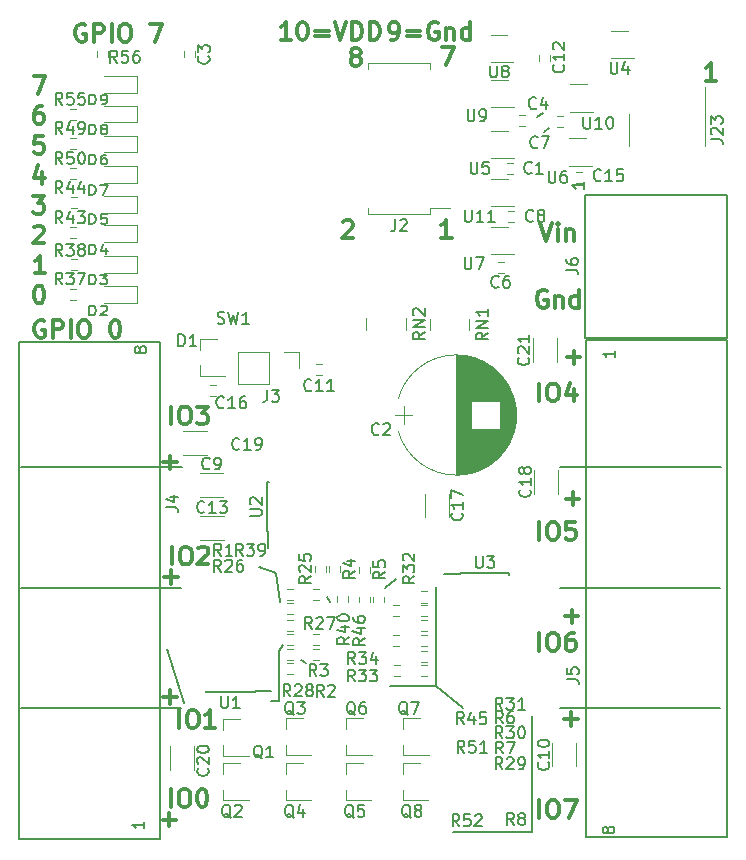
<source format=gbr>
G04 #@! TF.FileFunction,Legend,Top*
%FSLAX46Y46*%
G04 Gerber Fmt 4.6, Leading zero omitted, Abs format (unit mm)*
G04 Created by KiCad (PCBNEW 4.0.7-e2-6376~58~ubuntu16.04.1) date Fri Nov 24 15:55:31 2017*
%MOMM*%
%LPD*%
G01*
G04 APERTURE LIST*
%ADD10C,0.100000*%
%ADD11C,0.300000*%
%ADD12C,0.200000*%
%ADD13C,0.150000*%
%ADD14C,0.120000*%
G04 APERTURE END LIST*
D10*
D11*
X171248652Y-49220511D02*
X170391509Y-49220511D01*
X170820081Y-49220511D02*
X170820081Y-47720511D01*
X170677224Y-47934797D01*
X170534366Y-48077654D01*
X170391509Y-48149083D01*
X143734411Y-45781351D02*
X144020126Y-45781351D01*
X144162983Y-45709923D01*
X144234411Y-45638494D01*
X144377269Y-45424209D01*
X144448697Y-45138494D01*
X144448697Y-44567066D01*
X144377269Y-44424209D01*
X144305840Y-44352780D01*
X144162983Y-44281351D01*
X143877269Y-44281351D01*
X143734411Y-44352780D01*
X143662983Y-44424209D01*
X143591554Y-44567066D01*
X143591554Y-44924209D01*
X143662983Y-45067066D01*
X143734411Y-45138494D01*
X143877269Y-45209923D01*
X144162983Y-45209923D01*
X144305840Y-45138494D01*
X144377269Y-45067066D01*
X144448697Y-44924209D01*
X145091554Y-44995637D02*
X146234411Y-44995637D01*
X146234411Y-45424209D02*
X145091554Y-45424209D01*
X147734411Y-44352780D02*
X147591554Y-44281351D01*
X147377268Y-44281351D01*
X147162983Y-44352780D01*
X147020125Y-44495637D01*
X146948697Y-44638494D01*
X146877268Y-44924209D01*
X146877268Y-45138494D01*
X146948697Y-45424209D01*
X147020125Y-45567066D01*
X147162983Y-45709923D01*
X147377268Y-45781351D01*
X147520125Y-45781351D01*
X147734411Y-45709923D01*
X147805840Y-45638494D01*
X147805840Y-45138494D01*
X147520125Y-45138494D01*
X148448697Y-44781351D02*
X148448697Y-45781351D01*
X148448697Y-44924209D02*
X148520125Y-44852780D01*
X148662983Y-44781351D01*
X148877268Y-44781351D01*
X149020125Y-44852780D01*
X149091554Y-44995637D01*
X149091554Y-45781351D01*
X150448697Y-45781351D02*
X150448697Y-44281351D01*
X150448697Y-45709923D02*
X150305840Y-45781351D01*
X150020126Y-45781351D01*
X149877268Y-45709923D01*
X149805840Y-45638494D01*
X149734411Y-45495637D01*
X149734411Y-45067066D01*
X149805840Y-44924209D01*
X149877268Y-44852780D01*
X150020126Y-44781351D01*
X150305840Y-44781351D01*
X150448697Y-44852780D01*
X135263358Y-45758491D02*
X134406215Y-45758491D01*
X134834787Y-45758491D02*
X134834787Y-44258491D01*
X134691930Y-44472777D01*
X134549072Y-44615634D01*
X134406215Y-44687063D01*
X136191929Y-44258491D02*
X136334786Y-44258491D01*
X136477643Y-44329920D01*
X136549072Y-44401349D01*
X136620501Y-44544206D01*
X136691929Y-44829920D01*
X136691929Y-45187063D01*
X136620501Y-45472777D01*
X136549072Y-45615634D01*
X136477643Y-45687063D01*
X136334786Y-45758491D01*
X136191929Y-45758491D01*
X136049072Y-45687063D01*
X135977643Y-45615634D01*
X135906215Y-45472777D01*
X135834786Y-45187063D01*
X135834786Y-44829920D01*
X135906215Y-44544206D01*
X135977643Y-44401349D01*
X136049072Y-44329920D01*
X136191929Y-44258491D01*
X137334786Y-44972777D02*
X138477643Y-44972777D01*
X138477643Y-45401349D02*
X137334786Y-45401349D01*
X138977643Y-44258491D02*
X139477643Y-45758491D01*
X139977643Y-44258491D01*
X140477643Y-45758491D02*
X140477643Y-44258491D01*
X140834786Y-44258491D01*
X141049071Y-44329920D01*
X141191929Y-44472777D01*
X141263357Y-44615634D01*
X141334786Y-44901349D01*
X141334786Y-45115634D01*
X141263357Y-45401349D01*
X141191929Y-45544206D01*
X141049071Y-45687063D01*
X140834786Y-45758491D01*
X140477643Y-45758491D01*
X141977643Y-45758491D02*
X141977643Y-44258491D01*
X142334786Y-44258491D01*
X142549071Y-44329920D01*
X142691929Y-44472777D01*
X142763357Y-44615634D01*
X142834786Y-44901349D01*
X142834786Y-45115634D01*
X142763357Y-45401349D01*
X142691929Y-45544206D01*
X142549071Y-45687063D01*
X142334786Y-45758491D01*
X141977643Y-45758491D01*
X140634104Y-47121309D02*
X140491246Y-47049880D01*
X140419818Y-46978451D01*
X140348389Y-46835594D01*
X140348389Y-46764166D01*
X140419818Y-46621309D01*
X140491246Y-46549880D01*
X140634104Y-46478451D01*
X140919818Y-46478451D01*
X141062675Y-46549880D01*
X141134104Y-46621309D01*
X141205532Y-46764166D01*
X141205532Y-46835594D01*
X141134104Y-46978451D01*
X141062675Y-47049880D01*
X140919818Y-47121309D01*
X140634104Y-47121309D01*
X140491246Y-47192737D01*
X140419818Y-47264166D01*
X140348389Y-47407023D01*
X140348389Y-47692737D01*
X140419818Y-47835594D01*
X140491246Y-47907023D01*
X140634104Y-47978451D01*
X140919818Y-47978451D01*
X141062675Y-47907023D01*
X141134104Y-47835594D01*
X141205532Y-47692737D01*
X141205532Y-47407023D01*
X141134104Y-47264166D01*
X141062675Y-47192737D01*
X140919818Y-47121309D01*
X148054441Y-46392091D02*
X149054441Y-46392091D01*
X148411584Y-47892091D01*
X139700689Y-61193289D02*
X139772118Y-61121860D01*
X139914975Y-61050431D01*
X140272118Y-61050431D01*
X140414975Y-61121860D01*
X140486404Y-61193289D01*
X140557832Y-61336146D01*
X140557832Y-61479003D01*
X140486404Y-61693289D01*
X139629261Y-62550431D01*
X140557832Y-62550431D01*
X148883952Y-62502171D02*
X148026809Y-62502171D01*
X148455381Y-62502171D02*
X148455381Y-61002171D01*
X148312524Y-61216457D01*
X148169666Y-61359314D01*
X148026809Y-61430743D01*
X124480392Y-81534463D02*
X125623249Y-81534463D01*
X125051820Y-82105891D02*
X125051820Y-80963034D01*
X124571832Y-91257583D02*
X125714689Y-91257583D01*
X125143260Y-91829011D02*
X125143260Y-90686154D01*
X124495632Y-101392183D02*
X125638489Y-101392183D01*
X125067060Y-101963611D02*
X125067060Y-100820754D01*
X124416892Y-111775703D02*
X125559749Y-111775703D01*
X124988320Y-112347131D02*
X124988320Y-111204274D01*
X158447812Y-103246383D02*
X159590669Y-103246383D01*
X159019240Y-103817811D02*
X159019240Y-102674954D01*
X158488452Y-94577363D02*
X159631309Y-94577363D01*
X159059880Y-95148791D02*
X159059880Y-94005934D01*
X158572272Y-84610403D02*
X159715129Y-84610403D01*
X159143700Y-85181831D02*
X159143700Y-84038974D01*
X158643392Y-72647003D02*
X159786249Y-72647003D01*
X159214820Y-73218431D02*
X159214820Y-72075574D01*
X156952594Y-66999420D02*
X156809737Y-66927991D01*
X156595451Y-66927991D01*
X156381166Y-66999420D01*
X156238308Y-67142277D01*
X156166880Y-67285134D01*
X156095451Y-67570849D01*
X156095451Y-67785134D01*
X156166880Y-68070849D01*
X156238308Y-68213706D01*
X156381166Y-68356563D01*
X156595451Y-68427991D01*
X156738308Y-68427991D01*
X156952594Y-68356563D01*
X157024023Y-68285134D01*
X157024023Y-67785134D01*
X156738308Y-67785134D01*
X157666880Y-67427991D02*
X157666880Y-68427991D01*
X157666880Y-67570849D02*
X157738308Y-67499420D01*
X157881166Y-67427991D01*
X158095451Y-67427991D01*
X158238308Y-67499420D01*
X158309737Y-67642277D01*
X158309737Y-68427991D01*
X159666880Y-68427991D02*
X159666880Y-66927991D01*
X159666880Y-68356563D02*
X159524023Y-68427991D01*
X159238309Y-68427991D01*
X159095451Y-68356563D01*
X159024023Y-68285134D01*
X158952594Y-68142277D01*
X158952594Y-67713706D01*
X159024023Y-67570849D01*
X159095451Y-67499420D01*
X159238309Y-67427991D01*
X159524023Y-67427991D01*
X159666880Y-67499420D01*
X156381166Y-61291731D02*
X156881166Y-62791731D01*
X157381166Y-61291731D01*
X157881166Y-62791731D02*
X157881166Y-61791731D01*
X157881166Y-61291731D02*
X157809737Y-61363160D01*
X157881166Y-61434589D01*
X157952594Y-61363160D01*
X157881166Y-61291731D01*
X157881166Y-61434589D01*
X158595452Y-61791731D02*
X158595452Y-62791731D01*
X158595452Y-61934589D02*
X158666880Y-61863160D01*
X158809738Y-61791731D01*
X159024023Y-61791731D01*
X159166880Y-61863160D01*
X159238309Y-62006017D01*
X159238309Y-62791731D01*
D12*
X126268480Y-101917500D02*
X124762260Y-97370900D01*
D11*
X125134240Y-110701211D02*
X125134240Y-109201211D01*
X126134240Y-109201211D02*
X126419954Y-109201211D01*
X126562812Y-109272640D01*
X126705669Y-109415497D01*
X126777097Y-109701211D01*
X126777097Y-110201211D01*
X126705669Y-110486926D01*
X126562812Y-110629783D01*
X126419954Y-110701211D01*
X126134240Y-110701211D01*
X125991383Y-110629783D01*
X125848526Y-110486926D01*
X125777097Y-110201211D01*
X125777097Y-109701211D01*
X125848526Y-109415497D01*
X125991383Y-109272640D01*
X126134240Y-109201211D01*
X127705669Y-109201211D02*
X127848526Y-109201211D01*
X127991383Y-109272640D01*
X128062812Y-109344069D01*
X128134241Y-109486926D01*
X128205669Y-109772640D01*
X128205669Y-110129783D01*
X128134241Y-110415497D01*
X128062812Y-110558354D01*
X127991383Y-110629783D01*
X127848526Y-110701211D01*
X127705669Y-110701211D01*
X127562812Y-110629783D01*
X127491383Y-110558354D01*
X127419955Y-110415497D01*
X127348526Y-110129783D01*
X127348526Y-109772640D01*
X127419955Y-109486926D01*
X127491383Y-109344069D01*
X127562812Y-109272640D01*
X127705669Y-109201211D01*
X125825120Y-104018471D02*
X125825120Y-102518471D01*
X126825120Y-102518471D02*
X127110834Y-102518471D01*
X127253692Y-102589900D01*
X127396549Y-102732757D01*
X127467977Y-103018471D01*
X127467977Y-103518471D01*
X127396549Y-103804186D01*
X127253692Y-103947043D01*
X127110834Y-104018471D01*
X126825120Y-104018471D01*
X126682263Y-103947043D01*
X126539406Y-103804186D01*
X126467977Y-103518471D01*
X126467977Y-103018471D01*
X126539406Y-102732757D01*
X126682263Y-102589900D01*
X126825120Y-102518471D01*
X128896549Y-104018471D02*
X128039406Y-104018471D01*
X128467978Y-104018471D02*
X128467978Y-102518471D01*
X128325121Y-102732757D01*
X128182263Y-102875614D01*
X128039406Y-102947043D01*
X125230760Y-90178011D02*
X125230760Y-88678011D01*
X126230760Y-88678011D02*
X126516474Y-88678011D01*
X126659332Y-88749440D01*
X126802189Y-88892297D01*
X126873617Y-89178011D01*
X126873617Y-89678011D01*
X126802189Y-89963726D01*
X126659332Y-90106583D01*
X126516474Y-90178011D01*
X126230760Y-90178011D01*
X126087903Y-90106583D01*
X125945046Y-89963726D01*
X125873617Y-89678011D01*
X125873617Y-89178011D01*
X125945046Y-88892297D01*
X126087903Y-88749440D01*
X126230760Y-88678011D01*
X127445046Y-88820869D02*
X127516475Y-88749440D01*
X127659332Y-88678011D01*
X128016475Y-88678011D01*
X128159332Y-88749440D01*
X128230761Y-88820869D01*
X128302189Y-88963726D01*
X128302189Y-89106583D01*
X128230761Y-89320869D01*
X127373618Y-90178011D01*
X128302189Y-90178011D01*
X125162180Y-78313671D02*
X125162180Y-76813671D01*
X126162180Y-76813671D02*
X126447894Y-76813671D01*
X126590752Y-76885100D01*
X126733609Y-77027957D01*
X126805037Y-77313671D01*
X126805037Y-77813671D01*
X126733609Y-78099386D01*
X126590752Y-78242243D01*
X126447894Y-78313671D01*
X126162180Y-78313671D01*
X126019323Y-78242243D01*
X125876466Y-78099386D01*
X125805037Y-77813671D01*
X125805037Y-77313671D01*
X125876466Y-77027957D01*
X126019323Y-76885100D01*
X126162180Y-76813671D01*
X127305038Y-76813671D02*
X128233609Y-76813671D01*
X127733609Y-77385100D01*
X127947895Y-77385100D01*
X128090752Y-77456529D01*
X128162181Y-77527957D01*
X128233609Y-77670814D01*
X128233609Y-78027957D01*
X128162181Y-78170814D01*
X128090752Y-78242243D01*
X127947895Y-78313671D01*
X127519323Y-78313671D01*
X127376466Y-78242243D01*
X127305038Y-78170814D01*
X156333060Y-111625771D02*
X156333060Y-110125771D01*
X157333060Y-110125771D02*
X157618774Y-110125771D01*
X157761632Y-110197200D01*
X157904489Y-110340057D01*
X157975917Y-110625771D01*
X157975917Y-111125771D01*
X157904489Y-111411486D01*
X157761632Y-111554343D01*
X157618774Y-111625771D01*
X157333060Y-111625771D01*
X157190203Y-111554343D01*
X157047346Y-111411486D01*
X156975917Y-111125771D01*
X156975917Y-110625771D01*
X157047346Y-110340057D01*
X157190203Y-110197200D01*
X157333060Y-110125771D01*
X158475918Y-110125771D02*
X159475918Y-110125771D01*
X158833061Y-111625771D01*
X156333060Y-97472891D02*
X156333060Y-95972891D01*
X157333060Y-95972891D02*
X157618774Y-95972891D01*
X157761632Y-96044320D01*
X157904489Y-96187177D01*
X157975917Y-96472891D01*
X157975917Y-96972891D01*
X157904489Y-97258606D01*
X157761632Y-97401463D01*
X157618774Y-97472891D01*
X157333060Y-97472891D01*
X157190203Y-97401463D01*
X157047346Y-97258606D01*
X156975917Y-96972891D01*
X156975917Y-96472891D01*
X157047346Y-96187177D01*
X157190203Y-96044320D01*
X157333060Y-95972891D01*
X159261632Y-95972891D02*
X158975918Y-95972891D01*
X158833061Y-96044320D01*
X158761632Y-96115749D01*
X158618775Y-96330034D01*
X158547346Y-96615749D01*
X158547346Y-97187177D01*
X158618775Y-97330034D01*
X158690203Y-97401463D01*
X158833061Y-97472891D01*
X159118775Y-97472891D01*
X159261632Y-97401463D01*
X159333061Y-97330034D01*
X159404489Y-97187177D01*
X159404489Y-96830034D01*
X159333061Y-96687177D01*
X159261632Y-96615749D01*
X159118775Y-96544320D01*
X158833061Y-96544320D01*
X158690203Y-96615749D01*
X158618775Y-96687177D01*
X158547346Y-96830034D01*
X156333060Y-88087591D02*
X156333060Y-86587591D01*
X157333060Y-86587591D02*
X157618774Y-86587591D01*
X157761632Y-86659020D01*
X157904489Y-86801877D01*
X157975917Y-87087591D01*
X157975917Y-87587591D01*
X157904489Y-87873306D01*
X157761632Y-88016163D01*
X157618774Y-88087591D01*
X157333060Y-88087591D01*
X157190203Y-88016163D01*
X157047346Y-87873306D01*
X156975917Y-87587591D01*
X156975917Y-87087591D01*
X157047346Y-86801877D01*
X157190203Y-86659020D01*
X157333060Y-86587591D01*
X159333061Y-86587591D02*
X158618775Y-86587591D01*
X158547346Y-87301877D01*
X158618775Y-87230449D01*
X158761632Y-87159020D01*
X159118775Y-87159020D01*
X159261632Y-87230449D01*
X159333061Y-87301877D01*
X159404489Y-87444734D01*
X159404489Y-87801877D01*
X159333061Y-87944734D01*
X159261632Y-88016163D01*
X159118775Y-88087591D01*
X158761632Y-88087591D01*
X158618775Y-88016163D01*
X158547346Y-87944734D01*
X156333060Y-76360411D02*
X156333060Y-74860411D01*
X157333060Y-74860411D02*
X157618774Y-74860411D01*
X157761632Y-74931840D01*
X157904489Y-75074697D01*
X157975917Y-75360411D01*
X157975917Y-75860411D01*
X157904489Y-76146126D01*
X157761632Y-76288983D01*
X157618774Y-76360411D01*
X157333060Y-76360411D01*
X157190203Y-76288983D01*
X157047346Y-76146126D01*
X156975917Y-75860411D01*
X156975917Y-75360411D01*
X157047346Y-75074697D01*
X157190203Y-74931840D01*
X157333060Y-74860411D01*
X159261632Y-75360411D02*
X159261632Y-76360411D01*
X158904489Y-74788983D02*
X158547346Y-75860411D01*
X159475918Y-75860411D01*
D12*
X112448340Y-81900000D02*
X126037340Y-81900000D01*
X112448340Y-92200000D02*
X125996700Y-92200000D01*
X112448340Y-102300000D02*
X125996700Y-102300000D01*
X158097220Y-102300000D02*
X171645580Y-102300000D01*
X158097220Y-92200000D02*
X171645580Y-92200000D01*
X158097220Y-81900000D02*
X171686220Y-81900000D01*
D11*
X114482192Y-65540005D02*
X113625049Y-65540005D01*
X114053621Y-65540005D02*
X114053621Y-64040005D01*
X113910764Y-64254291D01*
X113767906Y-64397148D01*
X113625049Y-64468577D01*
X113495201Y-48830491D02*
X114495201Y-48830491D01*
X113852344Y-50330491D01*
X114250435Y-51365410D02*
X113964721Y-51365410D01*
X113821864Y-51436839D01*
X113750435Y-51508268D01*
X113607578Y-51722553D01*
X113536149Y-52008268D01*
X113536149Y-52579696D01*
X113607578Y-52722553D01*
X113679006Y-52793982D01*
X113821864Y-52865410D01*
X114107578Y-52865410D01*
X114250435Y-52793982D01*
X114321864Y-52722553D01*
X114393292Y-52579696D01*
X114393292Y-52222553D01*
X114321864Y-52079696D01*
X114250435Y-52008268D01*
X114107578Y-51936839D01*
X113821864Y-51936839D01*
X113679006Y-52008268D01*
X113607578Y-52079696D01*
X113536149Y-52222553D01*
X114321864Y-53900329D02*
X113607578Y-53900329D01*
X113536149Y-54614615D01*
X113607578Y-54543187D01*
X113750435Y-54471758D01*
X114107578Y-54471758D01*
X114250435Y-54543187D01*
X114321864Y-54614615D01*
X114393292Y-54757472D01*
X114393292Y-55114615D01*
X114321864Y-55257472D01*
X114250435Y-55328901D01*
X114107578Y-55400329D01*
X113750435Y-55400329D01*
X113607578Y-55328901D01*
X113536149Y-55257472D01*
X114250435Y-56935248D02*
X114250435Y-57935248D01*
X113893292Y-56363820D02*
X113536149Y-57435248D01*
X114464721Y-57435248D01*
X113464721Y-58970167D02*
X114393292Y-58970167D01*
X113893292Y-59541596D01*
X114107578Y-59541596D01*
X114250435Y-59613025D01*
X114321864Y-59684453D01*
X114393292Y-59827310D01*
X114393292Y-60184453D01*
X114321864Y-60327310D01*
X114250435Y-60398739D01*
X114107578Y-60470167D01*
X113679006Y-60470167D01*
X113536149Y-60398739D01*
X113464721Y-60327310D01*
X113536149Y-61647944D02*
X113607578Y-61576515D01*
X113750435Y-61505086D01*
X114107578Y-61505086D01*
X114250435Y-61576515D01*
X114321864Y-61647944D01*
X114393292Y-61790801D01*
X114393292Y-61933658D01*
X114321864Y-62147944D01*
X113464721Y-63005086D01*
X114393292Y-63005086D01*
X113893292Y-66574924D02*
X114036149Y-66574924D01*
X114179006Y-66646353D01*
X114250435Y-66717782D01*
X114321864Y-66860639D01*
X114393292Y-67146353D01*
X114393292Y-67503496D01*
X114321864Y-67789210D01*
X114250435Y-67932067D01*
X114179006Y-68003496D01*
X114036149Y-68074924D01*
X113893292Y-68074924D01*
X113750435Y-68003496D01*
X113679006Y-67932067D01*
X113607578Y-67789210D01*
X113536149Y-67503496D01*
X113536149Y-67146353D01*
X113607578Y-66860639D01*
X113679006Y-66717782D01*
X113750435Y-66646353D01*
X113893292Y-66574924D01*
X117884606Y-44479780D02*
X117741749Y-44408351D01*
X117527463Y-44408351D01*
X117313178Y-44479780D01*
X117170320Y-44622637D01*
X117098892Y-44765494D01*
X117027463Y-45051209D01*
X117027463Y-45265494D01*
X117098892Y-45551209D01*
X117170320Y-45694066D01*
X117313178Y-45836923D01*
X117527463Y-45908351D01*
X117670320Y-45908351D01*
X117884606Y-45836923D01*
X117956035Y-45765494D01*
X117956035Y-45265494D01*
X117670320Y-45265494D01*
X118598892Y-45908351D02*
X118598892Y-44408351D01*
X119170320Y-44408351D01*
X119313178Y-44479780D01*
X119384606Y-44551209D01*
X119456035Y-44694066D01*
X119456035Y-44908351D01*
X119384606Y-45051209D01*
X119313178Y-45122637D01*
X119170320Y-45194066D01*
X118598892Y-45194066D01*
X120098892Y-45908351D02*
X120098892Y-44408351D01*
X121098892Y-44408351D02*
X121384606Y-44408351D01*
X121527464Y-44479780D01*
X121670321Y-44622637D01*
X121741749Y-44908351D01*
X121741749Y-45408351D01*
X121670321Y-45694066D01*
X121527464Y-45836923D01*
X121384606Y-45908351D01*
X121098892Y-45908351D01*
X120956035Y-45836923D01*
X120813178Y-45694066D01*
X120741749Y-45408351D01*
X120741749Y-44908351D01*
X120813178Y-44622637D01*
X120956035Y-44479780D01*
X121098892Y-44408351D01*
X123384607Y-44408351D02*
X124384607Y-44408351D01*
X123741750Y-45908351D01*
X114412426Y-69554660D02*
X114269569Y-69483231D01*
X114055283Y-69483231D01*
X113840998Y-69554660D01*
X113698140Y-69697517D01*
X113626712Y-69840374D01*
X113555283Y-70126089D01*
X113555283Y-70340374D01*
X113626712Y-70626089D01*
X113698140Y-70768946D01*
X113840998Y-70911803D01*
X114055283Y-70983231D01*
X114198140Y-70983231D01*
X114412426Y-70911803D01*
X114483855Y-70840374D01*
X114483855Y-70340374D01*
X114198140Y-70340374D01*
X115126712Y-70983231D02*
X115126712Y-69483231D01*
X115698140Y-69483231D01*
X115840998Y-69554660D01*
X115912426Y-69626089D01*
X115983855Y-69768946D01*
X115983855Y-69983231D01*
X115912426Y-70126089D01*
X115840998Y-70197517D01*
X115698140Y-70268946D01*
X115126712Y-70268946D01*
X116626712Y-70983231D02*
X116626712Y-69483231D01*
X117626712Y-69483231D02*
X117912426Y-69483231D01*
X118055284Y-69554660D01*
X118198141Y-69697517D01*
X118269569Y-69983231D01*
X118269569Y-70483231D01*
X118198141Y-70768946D01*
X118055284Y-70911803D01*
X117912426Y-70983231D01*
X117626712Y-70983231D01*
X117483855Y-70911803D01*
X117340998Y-70768946D01*
X117269569Y-70483231D01*
X117269569Y-69983231D01*
X117340998Y-69697517D01*
X117483855Y-69554660D01*
X117626712Y-69483231D01*
X120340998Y-69483231D02*
X120483855Y-69483231D01*
X120626712Y-69554660D01*
X120698141Y-69626089D01*
X120769570Y-69768946D01*
X120840998Y-70054660D01*
X120840998Y-70411803D01*
X120769570Y-70697517D01*
X120698141Y-70840374D01*
X120626712Y-70911803D01*
X120483855Y-70983231D01*
X120340998Y-70983231D01*
X120198141Y-70911803D01*
X120126712Y-70840374D01*
X120055284Y-70697517D01*
X119983855Y-70411803D01*
X119983855Y-70054660D01*
X120055284Y-69768946D01*
X120126712Y-69626089D01*
X120198141Y-69554660D01*
X120340998Y-69483231D01*
D12*
X156591000Y-51943000D02*
X156083000Y-52324000D01*
X156718000Y-53594000D02*
X157099000Y-53213000D01*
X138557000Y-93345000D02*
X138303000Y-92964000D01*
X133985000Y-90932000D02*
X132595620Y-90426540D01*
X134366000Y-93345000D02*
X133985000Y-90932000D01*
X134239000Y-101727000D02*
X133604000Y-101727000D01*
X134239000Y-97536000D02*
X134620000Y-97028000D01*
X134239000Y-101727000D02*
X134239000Y-97536000D01*
X144145000Y-91440000D02*
X143256000Y-92202000D01*
X136550400Y-98524060D02*
X136144000Y-98298000D01*
X155702000Y-112852200D02*
X148971000Y-112852200D01*
X155702000Y-112839500D02*
X155702000Y-102997000D01*
X147574000Y-100457000D02*
X146939000Y-100457000D01*
X147574000Y-92075000D02*
X147574000Y-100457000D01*
X147066000Y-100457000D02*
X143637000Y-100457000D01*
X149860000Y-102362000D02*
X147574000Y-100457000D01*
D13*
X133290000Y-87385000D02*
X133315000Y-87385000D01*
X133290000Y-83235000D02*
X133395000Y-83235000D01*
X133290000Y-87385000D02*
X133290000Y-83235000D01*
X133315000Y-87385000D02*
X133315000Y-88760000D01*
X149625000Y-90936000D02*
X149625000Y-90961000D01*
X153775000Y-90936000D02*
X153775000Y-91041000D01*
X149625000Y-90936000D02*
X153775000Y-90936000D01*
X149625000Y-90961000D02*
X148250000Y-90961000D01*
X132218000Y-100959000D02*
X132218000Y-100934000D01*
X128068000Y-100959000D02*
X128068000Y-100854000D01*
X132218000Y-100959000D02*
X128068000Y-100959000D01*
X132218000Y-100934000D02*
X133593000Y-100934000D01*
D14*
X147049800Y-59981000D02*
X147049800Y-60511000D01*
X147049800Y-60511000D02*
X141849800Y-60511000D01*
X141849800Y-60511000D02*
X141849800Y-59981000D01*
X147049800Y-48221000D02*
X147049800Y-47691000D01*
X147049800Y-47691000D02*
X141849800Y-47691000D01*
X141849800Y-47691000D02*
X141849800Y-48221000D01*
X148719800Y-59981000D02*
X147049800Y-59981000D01*
D13*
X124236000Y-71314000D02*
X124236000Y-113394000D01*
X124236000Y-113394000D02*
X112236000Y-113394000D01*
X112236000Y-71314000D02*
X112236000Y-113394000D01*
X124236000Y-71314000D02*
X112236000Y-71314000D01*
X160241000Y-113267000D02*
X160241000Y-71187000D01*
X160241000Y-71187000D02*
X172241000Y-71187000D01*
X172241000Y-113267000D02*
X172241000Y-71187000D01*
X160241000Y-113267000D02*
X172241000Y-113267000D01*
D14*
X152270000Y-63897000D02*
X154170000Y-63897000D01*
X153670000Y-61577000D02*
X152270000Y-61577000D01*
X153567000Y-57111000D02*
X154067000Y-57111000D01*
X154067000Y-56171000D02*
X153567000Y-56171000D01*
X127151000Y-47239000D02*
X127151000Y-46739000D01*
X126211000Y-46739000D02*
X126211000Y-47239000D01*
X155125000Y-52107000D02*
X154625000Y-52107000D01*
X154625000Y-53047000D02*
X155125000Y-53047000D01*
X153305000Y-64553000D02*
X152805000Y-64553000D01*
X152805000Y-65493000D02*
X153305000Y-65493000D01*
X157842000Y-53174000D02*
X158342000Y-53174000D01*
X158342000Y-52234000D02*
X157842000Y-52234000D01*
X153694000Y-61175000D02*
X154194000Y-61175000D01*
X154194000Y-60235000D02*
X153694000Y-60235000D01*
X129562000Y-82418000D02*
X127562000Y-82418000D01*
X127562000Y-84458000D02*
X129562000Y-84458000D01*
X159451000Y-107274000D02*
X159451000Y-105274000D01*
X157411000Y-105274000D02*
X157411000Y-107274000D01*
X137918000Y-73190000D02*
X137418000Y-73190000D01*
X137418000Y-74130000D02*
X137918000Y-74130000D01*
X156310000Y-47035000D02*
X156310000Y-47535000D01*
X157250000Y-47535000D02*
X157250000Y-47035000D01*
X129610000Y-86101000D02*
X127610000Y-86101000D01*
X127610000Y-88141000D02*
X129610000Y-88141000D01*
X159951000Y-56933000D02*
X159451000Y-56933000D01*
X159451000Y-57873000D02*
X159951000Y-57873000D01*
X128421000Y-75907000D02*
X128921000Y-75907000D01*
X128921000Y-74967000D02*
X128421000Y-74967000D01*
X148656000Y-86192000D02*
X148656000Y-84192000D01*
X146616000Y-84192000D02*
X146616000Y-86192000D01*
X155887000Y-82208000D02*
X155887000Y-84208000D01*
X157927000Y-84208000D02*
X157927000Y-82208000D01*
X128165000Y-78862000D02*
X126165000Y-78862000D01*
X126165000Y-80902000D02*
X128165000Y-80902000D01*
X125026000Y-105576000D02*
X125026000Y-107576000D01*
X127066000Y-107576000D02*
X127066000Y-105576000D01*
X155760000Y-71032000D02*
X155760000Y-73032000D01*
X157800000Y-73032000D02*
X157800000Y-71032000D01*
X127572000Y-71063000D02*
X127572000Y-71993000D01*
X127572000Y-74223000D02*
X127572000Y-73293000D01*
X127572000Y-74223000D02*
X129732000Y-74223000D01*
X127572000Y-71063000D02*
X129032000Y-71063000D01*
X122258000Y-68008996D02*
X122258000Y-66608996D01*
X122258000Y-66608996D02*
X119458000Y-66608996D01*
X122258000Y-68008996D02*
X119458000Y-68008996D01*
X122258000Y-65471718D02*
X122258000Y-64071718D01*
X122258000Y-64071718D02*
X119458000Y-64071718D01*
X122258000Y-65471718D02*
X119458000Y-65471718D01*
X122258000Y-62870940D02*
X122258000Y-61470940D01*
X122258000Y-61470940D02*
X119458000Y-61470940D01*
X122258000Y-62870940D02*
X119458000Y-62870940D01*
X122249340Y-60423062D02*
X122249340Y-59023062D01*
X122249340Y-59023062D02*
X119449340Y-59023062D01*
X122249340Y-60423062D02*
X119449340Y-60423062D01*
X122241720Y-55292626D02*
X122241720Y-53892626D01*
X122241720Y-53892626D02*
X119441720Y-53892626D01*
X122241720Y-55292626D02*
X119441720Y-55292626D01*
X122272200Y-57859884D02*
X122272200Y-56459884D01*
X122272200Y-56459884D02*
X119472200Y-56459884D01*
X122272200Y-57859884D02*
X119472200Y-57859884D01*
X122258000Y-52756118D02*
X122258000Y-51356118D01*
X122258000Y-51356118D02*
X119458000Y-51356118D01*
X122258000Y-52756118D02*
X119458000Y-52756118D01*
X122258000Y-50229000D02*
X122258000Y-48829000D01*
X122258000Y-48829000D02*
X119458000Y-48829000D01*
X122258000Y-50229000D02*
X119458000Y-50229000D01*
X133412000Y-72202000D02*
X130812000Y-72202000D01*
X130812000Y-72202000D02*
X130812000Y-74862000D01*
X130812000Y-74862000D02*
X133412000Y-74862000D01*
X133412000Y-74862000D02*
X133412000Y-72202000D01*
X134682000Y-72202000D02*
X136012000Y-72202000D01*
X136012000Y-72202000D02*
X136012000Y-73532000D01*
D13*
X160215600Y-71026800D02*
X160215600Y-58946800D01*
X160215600Y-58866800D02*
X172215600Y-58866800D01*
X172215600Y-58866800D02*
X172215600Y-71026800D01*
X172215600Y-71026800D02*
X160215600Y-71026800D01*
D14*
X162418800Y-47337200D02*
X164318800Y-47337200D01*
X163818800Y-45017200D02*
X162418800Y-45017200D01*
X152270000Y-55769000D02*
X154170000Y-55769000D01*
X153670000Y-53449000D02*
X152270000Y-53449000D01*
X158874000Y-56404000D02*
X160774000Y-56404000D01*
X160274000Y-54084000D02*
X158874000Y-54084000D01*
X152210000Y-47656000D02*
X154110000Y-47656000D01*
X153610000Y-45336000D02*
X152210000Y-45336000D01*
X152270000Y-51451000D02*
X154170000Y-51451000D01*
X153670000Y-49131000D02*
X152270000Y-49131000D01*
X158934000Y-51832000D02*
X160834000Y-51832000D01*
X160334000Y-49512000D02*
X158934000Y-49512000D01*
X152270000Y-59833000D02*
X154170000Y-59833000D01*
X153670000Y-57513000D02*
X152270000Y-57513000D01*
X129558000Y-103261000D02*
X129558000Y-104191000D01*
X129558000Y-106421000D02*
X129558000Y-105491000D01*
X129558000Y-106421000D02*
X131718000Y-106421000D01*
X129558000Y-103261000D02*
X131018000Y-103261000D01*
X129542000Y-107005000D02*
X129542000Y-107935000D01*
X129542000Y-110165000D02*
X129542000Y-109235000D01*
X129542000Y-110165000D02*
X131702000Y-110165000D01*
X129542000Y-107005000D02*
X131002000Y-107005000D01*
X134860000Y-103195000D02*
X134860000Y-104125000D01*
X134860000Y-106355000D02*
X134860000Y-105425000D01*
X134860000Y-106355000D02*
X137020000Y-106355000D01*
X134860000Y-103195000D02*
X136320000Y-103195000D01*
X134860000Y-107005000D02*
X134860000Y-107935000D01*
X134860000Y-110165000D02*
X134860000Y-109235000D01*
X134860000Y-110165000D02*
X137020000Y-110165000D01*
X134860000Y-107005000D02*
X136320000Y-107005000D01*
X139940000Y-107005000D02*
X139940000Y-107935000D01*
X139940000Y-110165000D02*
X139940000Y-109235000D01*
X139940000Y-110165000D02*
X142100000Y-110165000D01*
X139940000Y-107005000D02*
X141400000Y-107005000D01*
X139956000Y-103195000D02*
X139956000Y-104125000D01*
X139956000Y-106355000D02*
X139956000Y-105425000D01*
X139956000Y-106355000D02*
X142116000Y-106355000D01*
X139956000Y-103195000D02*
X141416000Y-103195000D01*
X144782000Y-103195000D02*
X144782000Y-104125000D01*
X144782000Y-106355000D02*
X144782000Y-105425000D01*
X144782000Y-106355000D02*
X146942000Y-106355000D01*
X144782000Y-103195000D02*
X146242000Y-103195000D01*
X144766000Y-107005000D02*
X144766000Y-107935000D01*
X144766000Y-110165000D02*
X144766000Y-109235000D01*
X144766000Y-110165000D02*
X146926000Y-110165000D01*
X144766000Y-107005000D02*
X146226000Y-107005000D01*
X170358200Y-52059800D02*
X170378200Y-52059800D01*
X170378200Y-52059800D02*
X170378200Y-54719800D01*
X170378200Y-54719800D02*
X170358200Y-54719800D01*
X163928200Y-52059800D02*
X163908200Y-52059800D01*
X163908200Y-52059800D02*
X163908200Y-54719800D01*
X163908200Y-54719800D02*
X163928200Y-54719800D01*
X170358200Y-49754800D02*
X170358200Y-52059800D01*
X135498000Y-92239000D02*
X134998000Y-92239000D01*
X134998000Y-93179000D02*
X135498000Y-93179000D01*
X135498000Y-97319000D02*
X134998000Y-97319000D01*
X134998000Y-98259000D02*
X135498000Y-98259000D01*
X135498000Y-96049000D02*
X134998000Y-96049000D01*
X134998000Y-96989000D02*
X135498000Y-96989000D01*
X139470000Y-90800000D02*
X139470000Y-90300000D01*
X138530000Y-90300000D02*
X138530000Y-90800000D01*
X142010000Y-90869000D02*
X142010000Y-90369000D01*
X141070000Y-90369000D02*
X141070000Y-90869000D01*
X146301000Y-94576000D02*
X146801000Y-94576000D01*
X146801000Y-93636000D02*
X146301000Y-93636000D01*
X146312000Y-97116000D02*
X146812000Y-97116000D01*
X146812000Y-96176000D02*
X146312000Y-96176000D01*
X146312000Y-99656000D02*
X146812000Y-99656000D01*
X146812000Y-98716000D02*
X146312000Y-98716000D01*
X137325000Y-90295500D02*
X137325000Y-90795500D01*
X138265000Y-90795500D02*
X138265000Y-90295500D01*
X134998000Y-94348400D02*
X135498000Y-94348400D01*
X135498000Y-93408400D02*
X134998000Y-93408400D01*
X134998000Y-95796200D02*
X135498000Y-95796200D01*
X135498000Y-94856200D02*
X134998000Y-94856200D01*
X134998000Y-99479200D02*
X135498000Y-99479200D01*
X135498000Y-98539200D02*
X134998000Y-98539200D01*
X146812000Y-97523200D02*
X146312000Y-97523200D01*
X146312000Y-98463200D02*
X146812000Y-98463200D01*
X146812000Y-94907000D02*
X146312000Y-94907000D01*
X146312000Y-95847000D02*
X146812000Y-95847000D01*
X146812000Y-92468600D02*
X146312000Y-92468600D01*
X146312000Y-93408600D02*
X146812000Y-93408600D01*
X143167200Y-93398000D02*
X143167200Y-92898000D01*
X142227200Y-92898000D02*
X142227200Y-93398000D01*
X137157000Y-98259000D02*
X137657000Y-98259000D01*
X137657000Y-97319000D02*
X137157000Y-97319000D01*
X137168000Y-96989000D02*
X137668000Y-96989000D01*
X137668000Y-96049000D02*
X137168000Y-96049000D01*
X117094000Y-66839000D02*
X116594000Y-66839000D01*
X116594000Y-67779000D02*
X117094000Y-67779000D01*
X117152000Y-64299000D02*
X116652000Y-64299000D01*
X116652000Y-65239000D02*
X117152000Y-65239000D01*
X137168000Y-93179000D02*
X137668000Y-93179000D01*
X137668000Y-92239000D02*
X137168000Y-92239000D01*
X139165000Y-92840000D02*
X139165000Y-93340000D01*
X140105000Y-93340000D02*
X140105000Y-92840000D01*
X117083000Y-61632000D02*
X116583000Y-61632000D01*
X116583000Y-62572000D02*
X117083000Y-62572000D01*
X117152000Y-59092000D02*
X116652000Y-59092000D01*
X116652000Y-60032000D02*
X117152000Y-60032000D01*
X144457000Y-93636000D02*
X143957000Y-93636000D01*
X143957000Y-94576000D02*
X144457000Y-94576000D01*
X141070000Y-92898000D02*
X141070000Y-93398000D01*
X142010000Y-93398000D02*
X142010000Y-92898000D01*
X117084920Y-54058720D02*
X116584920Y-54058720D01*
X116584920Y-54998720D02*
X117084920Y-54998720D01*
X117059520Y-56613960D02*
X116559520Y-56613960D01*
X116559520Y-57553960D02*
X117059520Y-57553960D01*
X144457000Y-96176000D02*
X143957000Y-96176000D01*
X143957000Y-97116000D02*
X144457000Y-97116000D01*
X144526000Y-98716000D02*
X144026000Y-98716000D01*
X144026000Y-99656000D02*
X144526000Y-99656000D01*
X117073920Y-51599000D02*
X116573920Y-51599000D01*
X116573920Y-52539000D02*
X117073920Y-52539000D01*
X119785000Y-47181000D02*
X119785000Y-46681000D01*
X118845000Y-46681000D02*
X118845000Y-47181000D01*
X141684000Y-70310200D02*
X141684000Y-69310200D01*
X145044000Y-70310200D02*
X145044000Y-69310200D01*
X147043400Y-70361000D02*
X147043400Y-69361000D01*
X150403400Y-70361000D02*
X150403400Y-69361000D01*
X154173597Y-76137536D02*
G75*
G03X144375803Y-76140800I-4898437J-1383264D01*
G01*
X154173597Y-78904064D02*
G75*
G02X144375803Y-78900800I-4898437J1383264D01*
G01*
X154173597Y-78904064D02*
G75*
G03X154174517Y-76140800I-4898437J1383264D01*
G01*
X149275160Y-72470800D02*
X149275160Y-82570800D01*
X149315160Y-72470800D02*
X149315160Y-82570800D01*
X149355160Y-72470800D02*
X149355160Y-82570800D01*
X149395160Y-72471800D02*
X149395160Y-82569800D01*
X149435160Y-72472800D02*
X149435160Y-82568800D01*
X149475160Y-72473800D02*
X149475160Y-82567800D01*
X149515160Y-72475800D02*
X149515160Y-82565800D01*
X149555160Y-72477800D02*
X149555160Y-82563800D01*
X149595160Y-72480800D02*
X149595160Y-82560800D01*
X149635160Y-72482800D02*
X149635160Y-82558800D01*
X149675160Y-72485800D02*
X149675160Y-82555800D01*
X149715160Y-72489800D02*
X149715160Y-82551800D01*
X149755160Y-72492800D02*
X149755160Y-82548800D01*
X149795160Y-72496800D02*
X149795160Y-82544800D01*
X149835160Y-72500800D02*
X149835160Y-82540800D01*
X149875160Y-72505800D02*
X149875160Y-82535800D01*
X149915160Y-72510800D02*
X149915160Y-82530800D01*
X149955160Y-72515800D02*
X149955160Y-82525800D01*
X149996160Y-72521800D02*
X149996160Y-82519800D01*
X150036160Y-72527800D02*
X150036160Y-82513800D01*
X150076160Y-72533800D02*
X150076160Y-82507800D01*
X150116160Y-72539800D02*
X150116160Y-82501800D01*
X150156160Y-72546800D02*
X150156160Y-82494800D01*
X150196160Y-72553800D02*
X150196160Y-82487800D01*
X150236160Y-72561800D02*
X150236160Y-82479800D01*
X150276160Y-72569800D02*
X150276160Y-82471800D01*
X150316160Y-72577800D02*
X150316160Y-82463800D01*
X150356160Y-72585800D02*
X150356160Y-82455800D01*
X150396160Y-72594800D02*
X150396160Y-82446800D01*
X150436160Y-72603800D02*
X150436160Y-82437800D01*
X150476160Y-72613800D02*
X150476160Y-82427800D01*
X150516160Y-72623800D02*
X150516160Y-82417800D01*
X150556160Y-72633800D02*
X150556160Y-82407800D01*
X150596160Y-72644800D02*
X150596160Y-76339800D01*
X150596160Y-78701800D02*
X150596160Y-82396800D01*
X150636160Y-72655800D02*
X150636160Y-76339800D01*
X150636160Y-78701800D02*
X150636160Y-82385800D01*
X150676160Y-72666800D02*
X150676160Y-76339800D01*
X150676160Y-78701800D02*
X150676160Y-82374800D01*
X150716160Y-72677800D02*
X150716160Y-76339800D01*
X150716160Y-78701800D02*
X150716160Y-82363800D01*
X150756160Y-72689800D02*
X150756160Y-76339800D01*
X150756160Y-78701800D02*
X150756160Y-82351800D01*
X150796160Y-72702800D02*
X150796160Y-76339800D01*
X150796160Y-78701800D02*
X150796160Y-82338800D01*
X150836160Y-72714800D02*
X150836160Y-76339800D01*
X150836160Y-78701800D02*
X150836160Y-82326800D01*
X150876160Y-72728800D02*
X150876160Y-76339800D01*
X150876160Y-78701800D02*
X150876160Y-82312800D01*
X150916160Y-72741800D02*
X150916160Y-76339800D01*
X150916160Y-78701800D02*
X150916160Y-82299800D01*
X150956160Y-72755800D02*
X150956160Y-76339800D01*
X150956160Y-78701800D02*
X150956160Y-82285800D01*
X150996160Y-72769800D02*
X150996160Y-76339800D01*
X150996160Y-78701800D02*
X150996160Y-82271800D01*
X151036160Y-72783800D02*
X151036160Y-76339800D01*
X151036160Y-78701800D02*
X151036160Y-82257800D01*
X151076160Y-72798800D02*
X151076160Y-76339800D01*
X151076160Y-78701800D02*
X151076160Y-82242800D01*
X151116160Y-72814800D02*
X151116160Y-76339800D01*
X151116160Y-78701800D02*
X151116160Y-82226800D01*
X151156160Y-72829800D02*
X151156160Y-76339800D01*
X151156160Y-78701800D02*
X151156160Y-82211800D01*
X151196160Y-72846800D02*
X151196160Y-76339800D01*
X151196160Y-78701800D02*
X151196160Y-82194800D01*
X151236160Y-72862800D02*
X151236160Y-76339800D01*
X151236160Y-78701800D02*
X151236160Y-82178800D01*
X151276160Y-72879800D02*
X151276160Y-76339800D01*
X151276160Y-78701800D02*
X151276160Y-82161800D01*
X151316160Y-72896800D02*
X151316160Y-76339800D01*
X151316160Y-78701800D02*
X151316160Y-82144800D01*
X151356160Y-72914800D02*
X151356160Y-76339800D01*
X151356160Y-78701800D02*
X151356160Y-82126800D01*
X151396160Y-72932800D02*
X151396160Y-76339800D01*
X151396160Y-78701800D02*
X151396160Y-82108800D01*
X151436160Y-72951800D02*
X151436160Y-76339800D01*
X151436160Y-78701800D02*
X151436160Y-82089800D01*
X151476160Y-72970800D02*
X151476160Y-76339800D01*
X151476160Y-78701800D02*
X151476160Y-82070800D01*
X151516160Y-72989800D02*
X151516160Y-76339800D01*
X151516160Y-78701800D02*
X151516160Y-82051800D01*
X151556160Y-73009800D02*
X151556160Y-76339800D01*
X151556160Y-78701800D02*
X151556160Y-82031800D01*
X151596160Y-73029800D02*
X151596160Y-76339800D01*
X151596160Y-78701800D02*
X151596160Y-82011800D01*
X151636160Y-73050800D02*
X151636160Y-76339800D01*
X151636160Y-78701800D02*
X151636160Y-81990800D01*
X151676160Y-73071800D02*
X151676160Y-76339800D01*
X151676160Y-78701800D02*
X151676160Y-81969800D01*
X151716160Y-73092800D02*
X151716160Y-76339800D01*
X151716160Y-78701800D02*
X151716160Y-81948800D01*
X151756160Y-73115800D02*
X151756160Y-76339800D01*
X151756160Y-78701800D02*
X151756160Y-81925800D01*
X151796160Y-73137800D02*
X151796160Y-76339800D01*
X151796160Y-78701800D02*
X151796160Y-81903800D01*
X151836160Y-73160800D02*
X151836160Y-76339800D01*
X151836160Y-78701800D02*
X151836160Y-81880800D01*
X151876160Y-73184800D02*
X151876160Y-76339800D01*
X151876160Y-78701800D02*
X151876160Y-81856800D01*
X151916160Y-73208800D02*
X151916160Y-76339800D01*
X151916160Y-78701800D02*
X151916160Y-81832800D01*
X151956160Y-73232800D02*
X151956160Y-76339800D01*
X151956160Y-78701800D02*
X151956160Y-81808800D01*
X151996160Y-73257800D02*
X151996160Y-76339800D01*
X151996160Y-78701800D02*
X151996160Y-81783800D01*
X152036160Y-73283800D02*
X152036160Y-76339800D01*
X152036160Y-78701800D02*
X152036160Y-81757800D01*
X152076160Y-73309800D02*
X152076160Y-76339800D01*
X152076160Y-78701800D02*
X152076160Y-81731800D01*
X152116160Y-73335800D02*
X152116160Y-76339800D01*
X152116160Y-78701800D02*
X152116160Y-81705800D01*
X152156160Y-73363800D02*
X152156160Y-76339800D01*
X152156160Y-78701800D02*
X152156160Y-81677800D01*
X152196160Y-73390800D02*
X152196160Y-76339800D01*
X152196160Y-78701800D02*
X152196160Y-81650800D01*
X152236160Y-73419800D02*
X152236160Y-76339800D01*
X152236160Y-78701800D02*
X152236160Y-81621800D01*
X152276160Y-73448800D02*
X152276160Y-76339800D01*
X152276160Y-78701800D02*
X152276160Y-81592800D01*
X152316160Y-73477800D02*
X152316160Y-76339800D01*
X152316160Y-78701800D02*
X152316160Y-81563800D01*
X152356160Y-73507800D02*
X152356160Y-76339800D01*
X152356160Y-78701800D02*
X152356160Y-81533800D01*
X152396160Y-73538800D02*
X152396160Y-76339800D01*
X152396160Y-78701800D02*
X152396160Y-81502800D01*
X152436160Y-73569800D02*
X152436160Y-76339800D01*
X152436160Y-78701800D02*
X152436160Y-81471800D01*
X152476160Y-73601800D02*
X152476160Y-76339800D01*
X152476160Y-78701800D02*
X152476160Y-81439800D01*
X152516160Y-73634800D02*
X152516160Y-76339800D01*
X152516160Y-78701800D02*
X152516160Y-81406800D01*
X152556160Y-73667800D02*
X152556160Y-76339800D01*
X152556160Y-78701800D02*
X152556160Y-81373800D01*
X152596160Y-73701800D02*
X152596160Y-76339800D01*
X152596160Y-78701800D02*
X152596160Y-81339800D01*
X152636160Y-73736800D02*
X152636160Y-76339800D01*
X152636160Y-78701800D02*
X152636160Y-81304800D01*
X152676160Y-73772800D02*
X152676160Y-76339800D01*
X152676160Y-78701800D02*
X152676160Y-81268800D01*
X152716160Y-73808800D02*
X152716160Y-76339800D01*
X152716160Y-78701800D02*
X152716160Y-81232800D01*
X152756160Y-73845800D02*
X152756160Y-76339800D01*
X152756160Y-78701800D02*
X152756160Y-81195800D01*
X152796160Y-73883800D02*
X152796160Y-76339800D01*
X152796160Y-78701800D02*
X152796160Y-81157800D01*
X152836160Y-73922800D02*
X152836160Y-76339800D01*
X152836160Y-78701800D02*
X152836160Y-81118800D01*
X152876160Y-73961800D02*
X152876160Y-76339800D01*
X152876160Y-78701800D02*
X152876160Y-81079800D01*
X152916160Y-74002800D02*
X152916160Y-76339800D01*
X152916160Y-78701800D02*
X152916160Y-81038800D01*
X152956160Y-74043800D02*
X152956160Y-80997800D01*
X152996160Y-74085800D02*
X152996160Y-80955800D01*
X153036160Y-74129800D02*
X153036160Y-80911800D01*
X153076160Y-74173800D02*
X153076160Y-80867800D01*
X153116160Y-74218800D02*
X153116160Y-80822800D01*
X153156160Y-74265800D02*
X153156160Y-80775800D01*
X153196160Y-74313800D02*
X153196160Y-80727800D01*
X153236160Y-74362800D02*
X153236160Y-80678800D01*
X153276160Y-74412800D02*
X153276160Y-80628800D01*
X153316160Y-74463800D02*
X153316160Y-80577800D01*
X153356160Y-74516800D02*
X153356160Y-80524800D01*
X153396160Y-74571800D02*
X153396160Y-80469800D01*
X153436160Y-74626800D02*
X153436160Y-80414800D01*
X153476160Y-74684800D02*
X153476160Y-80356800D01*
X153516160Y-74743800D02*
X153516160Y-80297800D01*
X153556160Y-74805800D02*
X153556160Y-80235800D01*
X153596160Y-74868800D02*
X153596160Y-80172800D01*
X153636160Y-74933800D02*
X153636160Y-80107800D01*
X153676160Y-75001800D02*
X153676160Y-80039800D01*
X153716160Y-75071800D02*
X153716160Y-79969800D01*
X153756160Y-75143800D02*
X153756160Y-79897800D01*
X153796160Y-75219800D02*
X153796160Y-79821800D01*
X153836160Y-75298800D02*
X153836160Y-79742800D01*
X153876160Y-75380800D02*
X153876160Y-79660800D01*
X153916160Y-75467800D02*
X153916160Y-79573800D01*
X153956160Y-75558800D02*
X153956160Y-79482800D01*
X153996160Y-75654800D02*
X153996160Y-79386800D01*
X154036160Y-75757800D02*
X154036160Y-79283800D01*
X154076160Y-75866800D02*
X154076160Y-79174800D01*
X154116160Y-75984800D02*
X154116160Y-79056800D01*
X154156160Y-76113800D02*
X154156160Y-78927800D01*
X154196160Y-76255800D02*
X154196160Y-78785800D01*
X154236160Y-76416800D02*
X154236160Y-78624800D01*
X154276160Y-76607800D02*
X154276160Y-78433800D01*
X154316160Y-76848800D02*
X154316160Y-78192800D01*
X154356160Y-77241800D02*
X154356160Y-77799800D01*
X144075160Y-77520800D02*
X145575160Y-77520800D01*
X144825160Y-76770800D02*
X144825160Y-78270800D01*
D13*
X131817381Y-86071905D02*
X132626905Y-86071905D01*
X132722143Y-86024286D01*
X132769762Y-85976667D01*
X132817381Y-85881429D01*
X132817381Y-85690952D01*
X132769762Y-85595714D01*
X132722143Y-85548095D01*
X132626905Y-85500476D01*
X131817381Y-85500476D01*
X131912619Y-85071905D02*
X131865000Y-85024286D01*
X131817381Y-84929048D01*
X131817381Y-84690952D01*
X131865000Y-84595714D01*
X131912619Y-84548095D01*
X132007857Y-84500476D01*
X132103095Y-84500476D01*
X132245952Y-84548095D01*
X132817381Y-85119524D01*
X132817381Y-84500476D01*
X150938095Y-89463381D02*
X150938095Y-90272905D01*
X150985714Y-90368143D01*
X151033333Y-90415762D01*
X151128571Y-90463381D01*
X151319048Y-90463381D01*
X151414286Y-90415762D01*
X151461905Y-90368143D01*
X151509524Y-90272905D01*
X151509524Y-89463381D01*
X151890476Y-89463381D02*
X152509524Y-89463381D01*
X152176190Y-89844333D01*
X152319048Y-89844333D01*
X152414286Y-89891952D01*
X152461905Y-89939571D01*
X152509524Y-90034810D01*
X152509524Y-90272905D01*
X152461905Y-90368143D01*
X152414286Y-90415762D01*
X152319048Y-90463381D01*
X152033333Y-90463381D01*
X151938095Y-90415762D01*
X151890476Y-90368143D01*
X129381095Y-101336381D02*
X129381095Y-102145905D01*
X129428714Y-102241143D01*
X129476333Y-102288762D01*
X129571571Y-102336381D01*
X129762048Y-102336381D01*
X129857286Y-102288762D01*
X129904905Y-102241143D01*
X129952524Y-102145905D01*
X129952524Y-101336381D01*
X130952524Y-102336381D02*
X130381095Y-102336381D01*
X130666809Y-102336381D02*
X130666809Y-101336381D01*
X130571571Y-101479238D01*
X130476333Y-101574476D01*
X130381095Y-101622095D01*
X144116467Y-60963381D02*
X144116467Y-61677667D01*
X144068847Y-61820524D01*
X143973609Y-61915762D01*
X143830752Y-61963381D01*
X143735514Y-61963381D01*
X144545038Y-61058619D02*
X144592657Y-61011000D01*
X144687895Y-60963381D01*
X144925991Y-60963381D01*
X145021229Y-61011000D01*
X145068848Y-61058619D01*
X145116467Y-61153857D01*
X145116467Y-61249095D01*
X145068848Y-61391952D01*
X144497419Y-61963381D01*
X145116467Y-61963381D01*
X124736381Y-85347333D02*
X125450667Y-85347333D01*
X125593524Y-85394953D01*
X125688762Y-85490191D01*
X125736381Y-85633048D01*
X125736381Y-85728286D01*
X125069714Y-84442571D02*
X125736381Y-84442571D01*
X124688762Y-84680667D02*
X125403048Y-84918762D01*
X125403048Y-84299714D01*
X122479132Y-72104238D02*
X122431513Y-72199476D01*
X122383894Y-72247095D01*
X122288656Y-72294714D01*
X122241037Y-72294714D01*
X122145799Y-72247095D01*
X122098180Y-72199476D01*
X122050561Y-72104238D01*
X122050561Y-71913761D01*
X122098180Y-71818523D01*
X122145799Y-71770904D01*
X122241037Y-71723285D01*
X122288656Y-71723285D01*
X122383894Y-71770904D01*
X122431513Y-71818523D01*
X122479132Y-71913761D01*
X122479132Y-72104238D01*
X122526751Y-72199476D01*
X122574370Y-72247095D01*
X122669609Y-72294714D01*
X122860085Y-72294714D01*
X122955323Y-72247095D01*
X123002942Y-72199476D01*
X123050561Y-72104238D01*
X123050561Y-71913761D01*
X123002942Y-71818523D01*
X122955323Y-71770904D01*
X122860085Y-71723285D01*
X122669609Y-71723285D01*
X122574370Y-71770904D01*
X122526751Y-71818523D01*
X122479132Y-71913761D01*
X122872761Y-111944185D02*
X122872761Y-112515614D01*
X122872761Y-112229900D02*
X121872761Y-112229900D01*
X122015618Y-112325138D01*
X122110856Y-112420376D01*
X122158475Y-112515614D01*
X158645381Y-99900333D02*
X159359667Y-99900333D01*
X159502524Y-99947953D01*
X159597762Y-100043191D01*
X159645381Y-100186048D01*
X159645381Y-100281286D01*
X158645381Y-98947952D02*
X158645381Y-99424143D01*
X159121571Y-99471762D01*
X159073952Y-99424143D01*
X159026333Y-99328905D01*
X159026333Y-99090809D01*
X159073952Y-98995571D01*
X159121571Y-98947952D01*
X159216810Y-98900333D01*
X159454905Y-98900333D01*
X159550143Y-98947952D01*
X159597762Y-98995571D01*
X159645381Y-99090809D01*
X159645381Y-99328905D01*
X159597762Y-99424143D01*
X159550143Y-99471762D01*
X162103132Y-112749318D02*
X162055513Y-112844556D01*
X162007894Y-112892175D01*
X161912656Y-112939794D01*
X161865037Y-112939794D01*
X161769799Y-112892175D01*
X161722180Y-112844556D01*
X161674561Y-112749318D01*
X161674561Y-112558841D01*
X161722180Y-112463603D01*
X161769799Y-112415984D01*
X161865037Y-112368365D01*
X161912656Y-112368365D01*
X162007894Y-112415984D01*
X162055513Y-112463603D01*
X162103132Y-112558841D01*
X162103132Y-112749318D01*
X162150751Y-112844556D01*
X162198370Y-112892175D01*
X162293609Y-112939794D01*
X162484085Y-112939794D01*
X162579323Y-112892175D01*
X162626942Y-112844556D01*
X162674561Y-112749318D01*
X162674561Y-112558841D01*
X162626942Y-112463603D01*
X162579323Y-112415984D01*
X162484085Y-112368365D01*
X162293609Y-112368365D01*
X162198370Y-112415984D01*
X162150751Y-112463603D01*
X162103132Y-112558841D01*
X162694881Y-72071265D02*
X162694881Y-72642694D01*
X162694881Y-72356980D02*
X161694881Y-72356980D01*
X161837738Y-72452218D01*
X161932976Y-72547456D01*
X161980595Y-72642694D01*
X149987095Y-64189381D02*
X149987095Y-64998905D01*
X150034714Y-65094143D01*
X150082333Y-65141762D01*
X150177571Y-65189381D01*
X150368048Y-65189381D01*
X150463286Y-65141762D01*
X150510905Y-65094143D01*
X150558524Y-64998905D01*
X150558524Y-64189381D01*
X150939476Y-64189381D02*
X151606143Y-64189381D01*
X151177571Y-65189381D01*
X155662334Y-56999143D02*
X155614715Y-57046762D01*
X155471858Y-57094381D01*
X155376620Y-57094381D01*
X155233762Y-57046762D01*
X155138524Y-56951524D01*
X155090905Y-56856286D01*
X155043286Y-56665810D01*
X155043286Y-56522952D01*
X155090905Y-56332476D01*
X155138524Y-56237238D01*
X155233762Y-56142000D01*
X155376620Y-56094381D01*
X155471858Y-56094381D01*
X155614715Y-56142000D01*
X155662334Y-56189619D01*
X156614715Y-57094381D02*
X156043286Y-57094381D01*
X156329000Y-57094381D02*
X156329000Y-56094381D01*
X156233762Y-56237238D01*
X156138524Y-56332476D01*
X156043286Y-56380095D01*
X128308143Y-47155666D02*
X128355762Y-47203285D01*
X128403381Y-47346142D01*
X128403381Y-47441380D01*
X128355762Y-47584238D01*
X128260524Y-47679476D01*
X128165286Y-47727095D01*
X127974810Y-47774714D01*
X127831952Y-47774714D01*
X127641476Y-47727095D01*
X127546238Y-47679476D01*
X127451000Y-47584238D01*
X127403381Y-47441380D01*
X127403381Y-47346142D01*
X127451000Y-47203285D01*
X127498619Y-47155666D01*
X127403381Y-46822333D02*
X127403381Y-46203285D01*
X127784333Y-46536619D01*
X127784333Y-46393761D01*
X127831952Y-46298523D01*
X127879571Y-46250904D01*
X127974810Y-46203285D01*
X128212905Y-46203285D01*
X128308143Y-46250904D01*
X128355762Y-46298523D01*
X128403381Y-46393761D01*
X128403381Y-46679476D01*
X128355762Y-46774714D01*
X128308143Y-46822333D01*
X156043334Y-51538143D02*
X155995715Y-51585762D01*
X155852858Y-51633381D01*
X155757620Y-51633381D01*
X155614762Y-51585762D01*
X155519524Y-51490524D01*
X155471905Y-51395286D01*
X155424286Y-51204810D01*
X155424286Y-51061952D01*
X155471905Y-50871476D01*
X155519524Y-50776238D01*
X155614762Y-50681000D01*
X155757620Y-50633381D01*
X155852858Y-50633381D01*
X155995715Y-50681000D01*
X156043334Y-50728619D01*
X156900477Y-50966714D02*
X156900477Y-51633381D01*
X156662381Y-50585762D02*
X156424286Y-51300048D01*
X157043334Y-51300048D01*
X152868334Y-66651143D02*
X152820715Y-66698762D01*
X152677858Y-66746381D01*
X152582620Y-66746381D01*
X152439762Y-66698762D01*
X152344524Y-66603524D01*
X152296905Y-66508286D01*
X152249286Y-66317810D01*
X152249286Y-66174952D01*
X152296905Y-65984476D01*
X152344524Y-65889238D01*
X152439762Y-65794000D01*
X152582620Y-65746381D01*
X152677858Y-65746381D01*
X152820715Y-65794000D01*
X152868334Y-65841619D01*
X153725477Y-65746381D02*
X153535000Y-65746381D01*
X153439762Y-65794000D01*
X153392143Y-65841619D01*
X153296905Y-65984476D01*
X153249286Y-66174952D01*
X153249286Y-66555905D01*
X153296905Y-66651143D01*
X153344524Y-66698762D01*
X153439762Y-66746381D01*
X153630239Y-66746381D01*
X153725477Y-66698762D01*
X153773096Y-66651143D01*
X153820715Y-66555905D01*
X153820715Y-66317810D01*
X153773096Y-66222571D01*
X153725477Y-66174952D01*
X153630239Y-66127333D01*
X153439762Y-66127333D01*
X153344524Y-66174952D01*
X153296905Y-66222571D01*
X153249286Y-66317810D01*
X156170334Y-54840143D02*
X156122715Y-54887762D01*
X155979858Y-54935381D01*
X155884620Y-54935381D01*
X155741762Y-54887762D01*
X155646524Y-54792524D01*
X155598905Y-54697286D01*
X155551286Y-54506810D01*
X155551286Y-54363952D01*
X155598905Y-54173476D01*
X155646524Y-54078238D01*
X155741762Y-53983000D01*
X155884620Y-53935381D01*
X155979858Y-53935381D01*
X156122715Y-53983000D01*
X156170334Y-54030619D01*
X156503667Y-53935381D02*
X157170334Y-53935381D01*
X156741762Y-54935381D01*
X155789334Y-61063143D02*
X155741715Y-61110762D01*
X155598858Y-61158381D01*
X155503620Y-61158381D01*
X155360762Y-61110762D01*
X155265524Y-61015524D01*
X155217905Y-60920286D01*
X155170286Y-60729810D01*
X155170286Y-60586952D01*
X155217905Y-60396476D01*
X155265524Y-60301238D01*
X155360762Y-60206000D01*
X155503620Y-60158381D01*
X155598858Y-60158381D01*
X155741715Y-60206000D01*
X155789334Y-60253619D01*
X156360762Y-60586952D02*
X156265524Y-60539333D01*
X156217905Y-60491714D01*
X156170286Y-60396476D01*
X156170286Y-60348857D01*
X156217905Y-60253619D01*
X156265524Y-60206000D01*
X156360762Y-60158381D01*
X156551239Y-60158381D01*
X156646477Y-60206000D01*
X156694096Y-60253619D01*
X156741715Y-60348857D01*
X156741715Y-60396476D01*
X156694096Y-60491714D01*
X156646477Y-60539333D01*
X156551239Y-60586952D01*
X156360762Y-60586952D01*
X156265524Y-60634571D01*
X156217905Y-60682190D01*
X156170286Y-60777429D01*
X156170286Y-60967905D01*
X156217905Y-61063143D01*
X156265524Y-61110762D01*
X156360762Y-61158381D01*
X156551239Y-61158381D01*
X156646477Y-61110762D01*
X156694096Y-61063143D01*
X156741715Y-60967905D01*
X156741715Y-60777429D01*
X156694096Y-60682190D01*
X156646477Y-60634571D01*
X156551239Y-60586952D01*
X128395334Y-82045143D02*
X128347715Y-82092762D01*
X128204858Y-82140381D01*
X128109620Y-82140381D01*
X127966762Y-82092762D01*
X127871524Y-81997524D01*
X127823905Y-81902286D01*
X127776286Y-81711810D01*
X127776286Y-81568952D01*
X127823905Y-81378476D01*
X127871524Y-81283238D01*
X127966762Y-81188000D01*
X128109620Y-81140381D01*
X128204858Y-81140381D01*
X128347715Y-81188000D01*
X128395334Y-81235619D01*
X128871524Y-82140381D02*
X129062000Y-82140381D01*
X129157239Y-82092762D01*
X129204858Y-82045143D01*
X129300096Y-81902286D01*
X129347715Y-81711810D01*
X129347715Y-81330857D01*
X129300096Y-81235619D01*
X129252477Y-81188000D01*
X129157239Y-81140381D01*
X128966762Y-81140381D01*
X128871524Y-81188000D01*
X128823905Y-81235619D01*
X128776286Y-81330857D01*
X128776286Y-81568952D01*
X128823905Y-81664190D01*
X128871524Y-81711810D01*
X128966762Y-81759429D01*
X129157239Y-81759429D01*
X129252477Y-81711810D01*
X129300096Y-81664190D01*
X129347715Y-81568952D01*
X157075143Y-106941857D02*
X157122762Y-106989476D01*
X157170381Y-107132333D01*
X157170381Y-107227571D01*
X157122762Y-107370429D01*
X157027524Y-107465667D01*
X156932286Y-107513286D01*
X156741810Y-107560905D01*
X156598952Y-107560905D01*
X156408476Y-107513286D01*
X156313238Y-107465667D01*
X156218000Y-107370429D01*
X156170381Y-107227571D01*
X156170381Y-107132333D01*
X156218000Y-106989476D01*
X156265619Y-106941857D01*
X157170381Y-105989476D02*
X157170381Y-106560905D01*
X157170381Y-106275191D02*
X156170381Y-106275191D01*
X156313238Y-106370429D01*
X156408476Y-106465667D01*
X156456095Y-106560905D01*
X156170381Y-105370429D02*
X156170381Y-105275190D01*
X156218000Y-105179952D01*
X156265619Y-105132333D01*
X156360857Y-105084714D01*
X156551333Y-105037095D01*
X156789429Y-105037095D01*
X156979905Y-105084714D01*
X157075143Y-105132333D01*
X157122762Y-105179952D01*
X157170381Y-105275190D01*
X157170381Y-105370429D01*
X157122762Y-105465667D01*
X157075143Y-105513286D01*
X156979905Y-105560905D01*
X156789429Y-105608524D01*
X156551333Y-105608524D01*
X156360857Y-105560905D01*
X156265619Y-105513286D01*
X156218000Y-105465667D01*
X156170381Y-105370429D01*
X137025143Y-75414143D02*
X136977524Y-75461762D01*
X136834667Y-75509381D01*
X136739429Y-75509381D01*
X136596571Y-75461762D01*
X136501333Y-75366524D01*
X136453714Y-75271286D01*
X136406095Y-75080810D01*
X136406095Y-74937952D01*
X136453714Y-74747476D01*
X136501333Y-74652238D01*
X136596571Y-74557000D01*
X136739429Y-74509381D01*
X136834667Y-74509381D01*
X136977524Y-74557000D01*
X137025143Y-74604619D01*
X137977524Y-75509381D02*
X137406095Y-75509381D01*
X137691809Y-75509381D02*
X137691809Y-74509381D01*
X137596571Y-74652238D01*
X137501333Y-74747476D01*
X137406095Y-74795095D01*
X138929905Y-75509381D02*
X138358476Y-75509381D01*
X138644190Y-75509381D02*
X138644190Y-74509381D01*
X138548952Y-74652238D01*
X138453714Y-74747476D01*
X138358476Y-74795095D01*
X158345143Y-47886857D02*
X158392762Y-47934476D01*
X158440381Y-48077333D01*
X158440381Y-48172571D01*
X158392762Y-48315429D01*
X158297524Y-48410667D01*
X158202286Y-48458286D01*
X158011810Y-48505905D01*
X157868952Y-48505905D01*
X157678476Y-48458286D01*
X157583238Y-48410667D01*
X157488000Y-48315429D01*
X157440381Y-48172571D01*
X157440381Y-48077333D01*
X157488000Y-47934476D01*
X157535619Y-47886857D01*
X158440381Y-46934476D02*
X158440381Y-47505905D01*
X158440381Y-47220191D02*
X157440381Y-47220191D01*
X157583238Y-47315429D01*
X157678476Y-47410667D01*
X157726095Y-47505905D01*
X157535619Y-46553524D02*
X157488000Y-46505905D01*
X157440381Y-46410667D01*
X157440381Y-46172571D01*
X157488000Y-46077333D01*
X157535619Y-46029714D01*
X157630857Y-45982095D01*
X157726095Y-45982095D01*
X157868952Y-46029714D01*
X158440381Y-46601143D01*
X158440381Y-45982095D01*
X127967143Y-85728143D02*
X127919524Y-85775762D01*
X127776667Y-85823381D01*
X127681429Y-85823381D01*
X127538571Y-85775762D01*
X127443333Y-85680524D01*
X127395714Y-85585286D01*
X127348095Y-85394810D01*
X127348095Y-85251952D01*
X127395714Y-85061476D01*
X127443333Y-84966238D01*
X127538571Y-84871000D01*
X127681429Y-84823381D01*
X127776667Y-84823381D01*
X127919524Y-84871000D01*
X127967143Y-84918619D01*
X128919524Y-85823381D02*
X128348095Y-85823381D01*
X128633809Y-85823381D02*
X128633809Y-84823381D01*
X128538571Y-84966238D01*
X128443333Y-85061476D01*
X128348095Y-85109095D01*
X129252857Y-84823381D02*
X129871905Y-84823381D01*
X129538571Y-85204333D01*
X129681429Y-85204333D01*
X129776667Y-85251952D01*
X129824286Y-85299571D01*
X129871905Y-85394810D01*
X129871905Y-85632905D01*
X129824286Y-85728143D01*
X129776667Y-85775762D01*
X129681429Y-85823381D01*
X129395714Y-85823381D01*
X129300476Y-85775762D01*
X129252857Y-85728143D01*
X161536143Y-57634143D02*
X161488524Y-57681762D01*
X161345667Y-57729381D01*
X161250429Y-57729381D01*
X161107571Y-57681762D01*
X161012333Y-57586524D01*
X160964714Y-57491286D01*
X160917095Y-57300810D01*
X160917095Y-57157952D01*
X160964714Y-56967476D01*
X161012333Y-56872238D01*
X161107571Y-56777000D01*
X161250429Y-56729381D01*
X161345667Y-56729381D01*
X161488524Y-56777000D01*
X161536143Y-56824619D01*
X162488524Y-57729381D02*
X161917095Y-57729381D01*
X162202809Y-57729381D02*
X162202809Y-56729381D01*
X162107571Y-56872238D01*
X162012333Y-56967476D01*
X161917095Y-57015095D01*
X163393286Y-56729381D02*
X162917095Y-56729381D01*
X162869476Y-57205571D01*
X162917095Y-57157952D01*
X163012333Y-57110333D01*
X163250429Y-57110333D01*
X163345667Y-57157952D01*
X163393286Y-57205571D01*
X163440905Y-57300810D01*
X163440905Y-57538905D01*
X163393286Y-57634143D01*
X163345667Y-57681762D01*
X163250429Y-57729381D01*
X163012333Y-57729381D01*
X162917095Y-57681762D01*
X162869476Y-57634143D01*
X129603263Y-76864483D02*
X129555644Y-76912102D01*
X129412787Y-76959721D01*
X129317549Y-76959721D01*
X129174691Y-76912102D01*
X129079453Y-76816864D01*
X129031834Y-76721626D01*
X128984215Y-76531150D01*
X128984215Y-76388292D01*
X129031834Y-76197816D01*
X129079453Y-76102578D01*
X129174691Y-76007340D01*
X129317549Y-75959721D01*
X129412787Y-75959721D01*
X129555644Y-76007340D01*
X129603263Y-76054959D01*
X130555644Y-76959721D02*
X129984215Y-76959721D01*
X130269929Y-76959721D02*
X130269929Y-75959721D01*
X130174691Y-76102578D01*
X130079453Y-76197816D01*
X129984215Y-76245435D01*
X131412787Y-75959721D02*
X131222310Y-75959721D01*
X131127072Y-76007340D01*
X131079453Y-76054959D01*
X130984215Y-76197816D01*
X130936596Y-76388292D01*
X130936596Y-76769245D01*
X130984215Y-76864483D01*
X131031834Y-76912102D01*
X131127072Y-76959721D01*
X131317549Y-76959721D01*
X131412787Y-76912102D01*
X131460406Y-76864483D01*
X131508025Y-76769245D01*
X131508025Y-76531150D01*
X131460406Y-76435911D01*
X131412787Y-76388292D01*
X131317549Y-76340673D01*
X131127072Y-76340673D01*
X131031834Y-76388292D01*
X130984215Y-76435911D01*
X130936596Y-76531150D01*
X149743143Y-85834857D02*
X149790762Y-85882476D01*
X149838381Y-86025333D01*
X149838381Y-86120571D01*
X149790762Y-86263429D01*
X149695524Y-86358667D01*
X149600286Y-86406286D01*
X149409810Y-86453905D01*
X149266952Y-86453905D01*
X149076476Y-86406286D01*
X148981238Y-86358667D01*
X148886000Y-86263429D01*
X148838381Y-86120571D01*
X148838381Y-86025333D01*
X148886000Y-85882476D01*
X148933619Y-85834857D01*
X149838381Y-84882476D02*
X149838381Y-85453905D01*
X149838381Y-85168191D02*
X148838381Y-85168191D01*
X148981238Y-85263429D01*
X149076476Y-85358667D01*
X149124095Y-85453905D01*
X148838381Y-84549143D02*
X148838381Y-83882476D01*
X149838381Y-84311048D01*
X155514143Y-83850857D02*
X155561762Y-83898476D01*
X155609381Y-84041333D01*
X155609381Y-84136571D01*
X155561762Y-84279429D01*
X155466524Y-84374667D01*
X155371286Y-84422286D01*
X155180810Y-84469905D01*
X155037952Y-84469905D01*
X154847476Y-84422286D01*
X154752238Y-84374667D01*
X154657000Y-84279429D01*
X154609381Y-84136571D01*
X154609381Y-84041333D01*
X154657000Y-83898476D01*
X154704619Y-83850857D01*
X155609381Y-82898476D02*
X155609381Y-83469905D01*
X155609381Y-83184191D02*
X154609381Y-83184191D01*
X154752238Y-83279429D01*
X154847476Y-83374667D01*
X154895095Y-83469905D01*
X155037952Y-82327048D02*
X154990333Y-82422286D01*
X154942714Y-82469905D01*
X154847476Y-82517524D01*
X154799857Y-82517524D01*
X154704619Y-82469905D01*
X154657000Y-82422286D01*
X154609381Y-82327048D01*
X154609381Y-82136571D01*
X154657000Y-82041333D01*
X154704619Y-81993714D01*
X154799857Y-81946095D01*
X154847476Y-81946095D01*
X154942714Y-81993714D01*
X154990333Y-82041333D01*
X155037952Y-82136571D01*
X155037952Y-82327048D01*
X155085571Y-82422286D01*
X155133190Y-82469905D01*
X155228429Y-82517524D01*
X155418905Y-82517524D01*
X155514143Y-82469905D01*
X155561762Y-82422286D01*
X155609381Y-82327048D01*
X155609381Y-82136571D01*
X155561762Y-82041333D01*
X155514143Y-81993714D01*
X155418905Y-81946095D01*
X155228429Y-81946095D01*
X155133190Y-81993714D01*
X155085571Y-82041333D01*
X155037952Y-82136571D01*
X130921523Y-80379843D02*
X130873904Y-80427462D01*
X130731047Y-80475081D01*
X130635809Y-80475081D01*
X130492951Y-80427462D01*
X130397713Y-80332224D01*
X130350094Y-80236986D01*
X130302475Y-80046510D01*
X130302475Y-79903652D01*
X130350094Y-79713176D01*
X130397713Y-79617938D01*
X130492951Y-79522700D01*
X130635809Y-79475081D01*
X130731047Y-79475081D01*
X130873904Y-79522700D01*
X130921523Y-79570319D01*
X131873904Y-80475081D02*
X131302475Y-80475081D01*
X131588189Y-80475081D02*
X131588189Y-79475081D01*
X131492951Y-79617938D01*
X131397713Y-79713176D01*
X131302475Y-79760795D01*
X132350094Y-80475081D02*
X132540570Y-80475081D01*
X132635809Y-80427462D01*
X132683428Y-80379843D01*
X132778666Y-80236986D01*
X132826285Y-80046510D01*
X132826285Y-79665557D01*
X132778666Y-79570319D01*
X132731047Y-79522700D01*
X132635809Y-79475081D01*
X132445332Y-79475081D01*
X132350094Y-79522700D01*
X132302475Y-79570319D01*
X132254856Y-79665557D01*
X132254856Y-79903652D01*
X132302475Y-79998890D01*
X132350094Y-80046510D01*
X132445332Y-80094129D01*
X132635809Y-80094129D01*
X132731047Y-80046510D01*
X132778666Y-79998890D01*
X132826285Y-79903652D01*
X128246143Y-107449857D02*
X128293762Y-107497476D01*
X128341381Y-107640333D01*
X128341381Y-107735571D01*
X128293762Y-107878429D01*
X128198524Y-107973667D01*
X128103286Y-108021286D01*
X127912810Y-108068905D01*
X127769952Y-108068905D01*
X127579476Y-108021286D01*
X127484238Y-107973667D01*
X127389000Y-107878429D01*
X127341381Y-107735571D01*
X127341381Y-107640333D01*
X127389000Y-107497476D01*
X127436619Y-107449857D01*
X127436619Y-107068905D02*
X127389000Y-107021286D01*
X127341381Y-106926048D01*
X127341381Y-106687952D01*
X127389000Y-106592714D01*
X127436619Y-106545095D01*
X127531857Y-106497476D01*
X127627095Y-106497476D01*
X127769952Y-106545095D01*
X128341381Y-107116524D01*
X128341381Y-106497476D01*
X127341381Y-105878429D02*
X127341381Y-105783190D01*
X127389000Y-105687952D01*
X127436619Y-105640333D01*
X127531857Y-105592714D01*
X127722333Y-105545095D01*
X127960429Y-105545095D01*
X128150905Y-105592714D01*
X128246143Y-105640333D01*
X128293762Y-105687952D01*
X128341381Y-105783190D01*
X128341381Y-105878429D01*
X128293762Y-105973667D01*
X128246143Y-106021286D01*
X128150905Y-106068905D01*
X127960429Y-106116524D01*
X127722333Y-106116524D01*
X127531857Y-106068905D01*
X127436619Y-106021286D01*
X127389000Y-105973667D01*
X127341381Y-105878429D01*
X155387143Y-72674857D02*
X155434762Y-72722476D01*
X155482381Y-72865333D01*
X155482381Y-72960571D01*
X155434762Y-73103429D01*
X155339524Y-73198667D01*
X155244286Y-73246286D01*
X155053810Y-73293905D01*
X154910952Y-73293905D01*
X154720476Y-73246286D01*
X154625238Y-73198667D01*
X154530000Y-73103429D01*
X154482381Y-72960571D01*
X154482381Y-72865333D01*
X154530000Y-72722476D01*
X154577619Y-72674857D01*
X154577619Y-72293905D02*
X154530000Y-72246286D01*
X154482381Y-72151048D01*
X154482381Y-71912952D01*
X154530000Y-71817714D01*
X154577619Y-71770095D01*
X154672857Y-71722476D01*
X154768095Y-71722476D01*
X154910952Y-71770095D01*
X155482381Y-72341524D01*
X155482381Y-71722476D01*
X155482381Y-70770095D02*
X155482381Y-71341524D01*
X155482381Y-71055810D02*
X154482381Y-71055810D01*
X154625238Y-71151048D01*
X154720476Y-71246286D01*
X154768095Y-71341524D01*
X125753905Y-71699381D02*
X125753905Y-70699381D01*
X125992000Y-70699381D01*
X126134858Y-70747000D01*
X126230096Y-70842238D01*
X126277715Y-70937476D01*
X126325334Y-71127952D01*
X126325334Y-71270810D01*
X126277715Y-71461286D01*
X126230096Y-71556524D01*
X126134858Y-71651762D01*
X125992000Y-71699381D01*
X125753905Y-71699381D01*
X127277715Y-71699381D02*
X126706286Y-71699381D01*
X126992000Y-71699381D02*
X126992000Y-70699381D01*
X126896762Y-70842238D01*
X126801524Y-70937476D01*
X126706286Y-70985095D01*
X118215185Y-69061285D02*
X118215185Y-68261285D01*
X118453280Y-68261285D01*
X118596138Y-68299380D01*
X118691376Y-68375570D01*
X118738995Y-68451761D01*
X118786614Y-68604142D01*
X118786614Y-68718428D01*
X118738995Y-68870809D01*
X118691376Y-68946999D01*
X118596138Y-69023190D01*
X118453280Y-69061285D01*
X118215185Y-69061285D01*
X119167566Y-68337475D02*
X119215185Y-68299380D01*
X119310423Y-68261285D01*
X119548519Y-68261285D01*
X119643757Y-68299380D01*
X119691376Y-68337475D01*
X119738995Y-68413666D01*
X119738995Y-68489856D01*
X119691376Y-68604142D01*
X119119947Y-69061285D01*
X119738995Y-69061285D01*
X118215185Y-66447625D02*
X118215185Y-65647625D01*
X118453280Y-65647625D01*
X118596138Y-65685720D01*
X118691376Y-65761910D01*
X118738995Y-65838101D01*
X118786614Y-65990482D01*
X118786614Y-66104768D01*
X118738995Y-66257149D01*
X118691376Y-66333339D01*
X118596138Y-66409530D01*
X118453280Y-66447625D01*
X118215185Y-66447625D01*
X119119947Y-65647625D02*
X119738995Y-65647625D01*
X119405661Y-65952387D01*
X119548519Y-65952387D01*
X119643757Y-65990482D01*
X119691376Y-66028577D01*
X119738995Y-66104768D01*
X119738995Y-66295244D01*
X119691376Y-66371434D01*
X119643757Y-66409530D01*
X119548519Y-66447625D01*
X119262804Y-66447625D01*
X119167566Y-66409530D01*
X119119947Y-66371434D01*
X118215185Y-63892385D02*
X118215185Y-63092385D01*
X118453280Y-63092385D01*
X118596138Y-63130480D01*
X118691376Y-63206670D01*
X118738995Y-63282861D01*
X118786614Y-63435242D01*
X118786614Y-63549528D01*
X118738995Y-63701909D01*
X118691376Y-63778099D01*
X118596138Y-63854290D01*
X118453280Y-63892385D01*
X118215185Y-63892385D01*
X119643757Y-63359051D02*
X119643757Y-63892385D01*
X119405661Y-63054290D02*
X119167566Y-63625718D01*
X119786614Y-63625718D01*
X118215185Y-61334605D02*
X118215185Y-60534605D01*
X118453280Y-60534605D01*
X118596138Y-60572700D01*
X118691376Y-60648890D01*
X118738995Y-60725081D01*
X118786614Y-60877462D01*
X118786614Y-60991748D01*
X118738995Y-61144129D01*
X118691376Y-61220319D01*
X118596138Y-61296510D01*
X118453280Y-61334605D01*
X118215185Y-61334605D01*
X119691376Y-60534605D02*
X119215185Y-60534605D01*
X119167566Y-60915557D01*
X119215185Y-60877462D01*
X119310423Y-60839367D01*
X119548519Y-60839367D01*
X119643757Y-60877462D01*
X119691376Y-60915557D01*
X119738995Y-60991748D01*
X119738995Y-61182224D01*
X119691376Y-61258414D01*
X119643757Y-61296510D01*
X119548519Y-61334605D01*
X119310423Y-61334605D01*
X119215185Y-61296510D01*
X119167566Y-61258414D01*
X118215185Y-56285491D02*
X118215185Y-55485491D01*
X118453280Y-55485491D01*
X118596138Y-55523586D01*
X118691376Y-55599776D01*
X118738995Y-55675967D01*
X118786614Y-55828348D01*
X118786614Y-55942634D01*
X118738995Y-56095015D01*
X118691376Y-56171205D01*
X118596138Y-56247396D01*
X118453280Y-56285491D01*
X118215185Y-56285491D01*
X119643757Y-55485491D02*
X119453280Y-55485491D01*
X119358042Y-55523586D01*
X119310423Y-55561681D01*
X119215185Y-55675967D01*
X119167566Y-55828348D01*
X119167566Y-56133110D01*
X119215185Y-56209300D01*
X119262804Y-56247396D01*
X119358042Y-56285491D01*
X119548519Y-56285491D01*
X119643757Y-56247396D01*
X119691376Y-56209300D01*
X119738995Y-56133110D01*
X119738995Y-55942634D01*
X119691376Y-55866443D01*
X119643757Y-55828348D01*
X119548519Y-55790253D01*
X119358042Y-55790253D01*
X119262804Y-55828348D01*
X119215185Y-55866443D01*
X119167566Y-55942634D01*
X118215185Y-58865725D02*
X118215185Y-58065725D01*
X118453280Y-58065725D01*
X118596138Y-58103820D01*
X118691376Y-58180010D01*
X118738995Y-58256201D01*
X118786614Y-58408582D01*
X118786614Y-58522868D01*
X118738995Y-58675249D01*
X118691376Y-58751439D01*
X118596138Y-58827630D01*
X118453280Y-58865725D01*
X118215185Y-58865725D01*
X119119947Y-58065725D02*
X119786614Y-58065725D01*
X119358042Y-58865725D01*
X118215185Y-53747443D02*
X118215185Y-52947443D01*
X118453280Y-52947443D01*
X118596138Y-52985538D01*
X118691376Y-53061728D01*
X118738995Y-53137919D01*
X118786614Y-53290300D01*
X118786614Y-53404586D01*
X118738995Y-53556967D01*
X118691376Y-53633157D01*
X118596138Y-53709348D01*
X118453280Y-53747443D01*
X118215185Y-53747443D01*
X119358042Y-53290300D02*
X119262804Y-53252205D01*
X119215185Y-53214109D01*
X119167566Y-53137919D01*
X119167566Y-53099824D01*
X119215185Y-53023633D01*
X119262804Y-52985538D01*
X119358042Y-52947443D01*
X119548519Y-52947443D01*
X119643757Y-52985538D01*
X119691376Y-53023633D01*
X119738995Y-53099824D01*
X119738995Y-53137919D01*
X119691376Y-53214109D01*
X119643757Y-53252205D01*
X119548519Y-53290300D01*
X119358042Y-53290300D01*
X119262804Y-53328395D01*
X119215185Y-53366490D01*
X119167566Y-53442681D01*
X119167566Y-53595062D01*
X119215185Y-53671252D01*
X119262804Y-53709348D01*
X119358042Y-53747443D01*
X119548519Y-53747443D01*
X119643757Y-53709348D01*
X119691376Y-53671252D01*
X119738995Y-53595062D01*
X119738995Y-53442681D01*
X119691376Y-53366490D01*
X119643757Y-53328395D01*
X119548519Y-53290300D01*
X118215185Y-51200005D02*
X118215185Y-50400005D01*
X118453280Y-50400005D01*
X118596138Y-50438100D01*
X118691376Y-50514290D01*
X118738995Y-50590481D01*
X118786614Y-50742862D01*
X118786614Y-50857148D01*
X118738995Y-51009529D01*
X118691376Y-51085719D01*
X118596138Y-51161910D01*
X118453280Y-51200005D01*
X118215185Y-51200005D01*
X119262804Y-51200005D02*
X119453280Y-51200005D01*
X119548519Y-51161910D01*
X119596138Y-51123814D01*
X119691376Y-51009529D01*
X119738995Y-50857148D01*
X119738995Y-50552386D01*
X119691376Y-50476195D01*
X119643757Y-50438100D01*
X119548519Y-50400005D01*
X119358042Y-50400005D01*
X119262804Y-50438100D01*
X119215185Y-50476195D01*
X119167566Y-50552386D01*
X119167566Y-50742862D01*
X119215185Y-50819052D01*
X119262804Y-50857148D01*
X119358042Y-50895243D01*
X119548519Y-50895243D01*
X119643757Y-50857148D01*
X119691376Y-50819052D01*
X119738995Y-50742862D01*
X133270667Y-75398381D02*
X133270667Y-76112667D01*
X133223047Y-76255524D01*
X133127809Y-76350762D01*
X132984952Y-76398381D01*
X132889714Y-76398381D01*
X133651619Y-75398381D02*
X134270667Y-75398381D01*
X133937333Y-75779333D01*
X134080191Y-75779333D01*
X134175429Y-75826952D01*
X134223048Y-75874571D01*
X134270667Y-75969810D01*
X134270667Y-76207905D01*
X134223048Y-76303143D01*
X134175429Y-76350762D01*
X134080191Y-76398381D01*
X133794476Y-76398381D01*
X133699238Y-76350762D01*
X133651619Y-76303143D01*
X158583381Y-65230333D02*
X159297667Y-65230333D01*
X159440524Y-65277953D01*
X159535762Y-65373191D01*
X159583381Y-65516048D01*
X159583381Y-65611286D01*
X158583381Y-64325571D02*
X158583381Y-64516048D01*
X158631000Y-64611286D01*
X158678619Y-64658905D01*
X158821476Y-64754143D01*
X159011952Y-64801762D01*
X159392905Y-64801762D01*
X159488143Y-64754143D01*
X159535762Y-64706524D01*
X159583381Y-64611286D01*
X159583381Y-64420809D01*
X159535762Y-64325571D01*
X159488143Y-64277952D01*
X159392905Y-64230333D01*
X159154810Y-64230333D01*
X159059571Y-64277952D01*
X159011952Y-64325571D01*
X158964333Y-64420809D01*
X158964333Y-64611286D01*
X159011952Y-64706524D01*
X159059571Y-64754143D01*
X159154810Y-64801762D01*
X160127981Y-57803085D02*
X160127981Y-58374514D01*
X160127981Y-58088800D02*
X159127981Y-58088800D01*
X159270838Y-58184038D01*
X159366076Y-58279276D01*
X159413695Y-58374514D01*
X129081467Y-69746762D02*
X129224324Y-69794381D01*
X129462420Y-69794381D01*
X129557658Y-69746762D01*
X129605277Y-69699143D01*
X129652896Y-69603905D01*
X129652896Y-69508667D01*
X129605277Y-69413429D01*
X129557658Y-69365810D01*
X129462420Y-69318190D01*
X129271943Y-69270571D01*
X129176705Y-69222952D01*
X129129086Y-69175333D01*
X129081467Y-69080095D01*
X129081467Y-68984857D01*
X129129086Y-68889619D01*
X129176705Y-68842000D01*
X129271943Y-68794381D01*
X129510039Y-68794381D01*
X129652896Y-68842000D01*
X129986229Y-68794381D02*
X130224324Y-69794381D01*
X130414801Y-69080095D01*
X130605277Y-69794381D01*
X130843372Y-68794381D01*
X131748134Y-69794381D02*
X131176705Y-69794381D01*
X131462419Y-69794381D02*
X131462419Y-68794381D01*
X131367181Y-68937238D01*
X131271943Y-69032476D01*
X131176705Y-69080095D01*
X162356895Y-47629581D02*
X162356895Y-48439105D01*
X162404514Y-48534343D01*
X162452133Y-48581962D01*
X162547371Y-48629581D01*
X162737848Y-48629581D01*
X162833086Y-48581962D01*
X162880705Y-48534343D01*
X162928324Y-48439105D01*
X162928324Y-47629581D01*
X163833086Y-47962914D02*
X163833086Y-48629581D01*
X163594990Y-47581962D02*
X163356895Y-48296248D01*
X163975943Y-48296248D01*
X150495095Y-56094381D02*
X150495095Y-56903905D01*
X150542714Y-56999143D01*
X150590333Y-57046762D01*
X150685571Y-57094381D01*
X150876048Y-57094381D01*
X150971286Y-57046762D01*
X151018905Y-56999143D01*
X151066524Y-56903905D01*
X151066524Y-56094381D01*
X152018905Y-56094381D02*
X151542714Y-56094381D01*
X151495095Y-56570571D01*
X151542714Y-56522952D01*
X151637952Y-56475333D01*
X151876048Y-56475333D01*
X151971286Y-56522952D01*
X152018905Y-56570571D01*
X152066524Y-56665810D01*
X152066524Y-56903905D01*
X152018905Y-56999143D01*
X151971286Y-57046762D01*
X151876048Y-57094381D01*
X151637952Y-57094381D01*
X151542714Y-57046762D01*
X151495095Y-56999143D01*
X157099095Y-56856381D02*
X157099095Y-57665905D01*
X157146714Y-57761143D01*
X157194333Y-57808762D01*
X157289571Y-57856381D01*
X157480048Y-57856381D01*
X157575286Y-57808762D01*
X157622905Y-57761143D01*
X157670524Y-57665905D01*
X157670524Y-56856381D01*
X158575286Y-56856381D02*
X158384809Y-56856381D01*
X158289571Y-56904000D01*
X158241952Y-56951619D01*
X158146714Y-57094476D01*
X158099095Y-57284952D01*
X158099095Y-57665905D01*
X158146714Y-57761143D01*
X158194333Y-57808762D01*
X158289571Y-57856381D01*
X158480048Y-57856381D01*
X158575286Y-57808762D01*
X158622905Y-57761143D01*
X158670524Y-57665905D01*
X158670524Y-57427810D01*
X158622905Y-57332571D01*
X158575286Y-57284952D01*
X158480048Y-57237333D01*
X158289571Y-57237333D01*
X158194333Y-57284952D01*
X158146714Y-57332571D01*
X158099095Y-57427810D01*
X152148095Y-47948381D02*
X152148095Y-48757905D01*
X152195714Y-48853143D01*
X152243333Y-48900762D01*
X152338571Y-48948381D01*
X152529048Y-48948381D01*
X152624286Y-48900762D01*
X152671905Y-48853143D01*
X152719524Y-48757905D01*
X152719524Y-47948381D01*
X153338571Y-48376952D02*
X153243333Y-48329333D01*
X153195714Y-48281714D01*
X153148095Y-48186476D01*
X153148095Y-48138857D01*
X153195714Y-48043619D01*
X153243333Y-47996000D01*
X153338571Y-47948381D01*
X153529048Y-47948381D01*
X153624286Y-47996000D01*
X153671905Y-48043619D01*
X153719524Y-48138857D01*
X153719524Y-48186476D01*
X153671905Y-48281714D01*
X153624286Y-48329333D01*
X153529048Y-48376952D01*
X153338571Y-48376952D01*
X153243333Y-48424571D01*
X153195714Y-48472190D01*
X153148095Y-48567429D01*
X153148095Y-48757905D01*
X153195714Y-48853143D01*
X153243333Y-48900762D01*
X153338571Y-48948381D01*
X153529048Y-48948381D01*
X153624286Y-48900762D01*
X153671905Y-48853143D01*
X153719524Y-48757905D01*
X153719524Y-48567429D01*
X153671905Y-48472190D01*
X153624286Y-48424571D01*
X153529048Y-48376952D01*
X150241095Y-51649381D02*
X150241095Y-52458905D01*
X150288714Y-52554143D01*
X150336333Y-52601762D01*
X150431571Y-52649381D01*
X150622048Y-52649381D01*
X150717286Y-52601762D01*
X150764905Y-52554143D01*
X150812524Y-52458905D01*
X150812524Y-51649381D01*
X151336333Y-52649381D02*
X151526809Y-52649381D01*
X151622048Y-52601762D01*
X151669667Y-52554143D01*
X151764905Y-52411286D01*
X151812524Y-52220810D01*
X151812524Y-51839857D01*
X151764905Y-51744619D01*
X151717286Y-51697000D01*
X151622048Y-51649381D01*
X151431571Y-51649381D01*
X151336333Y-51697000D01*
X151288714Y-51744619D01*
X151241095Y-51839857D01*
X151241095Y-52077952D01*
X151288714Y-52173190D01*
X151336333Y-52220810D01*
X151431571Y-52268429D01*
X151622048Y-52268429D01*
X151717286Y-52220810D01*
X151764905Y-52173190D01*
X151812524Y-52077952D01*
X160051905Y-52284381D02*
X160051905Y-53093905D01*
X160099524Y-53189143D01*
X160147143Y-53236762D01*
X160242381Y-53284381D01*
X160432858Y-53284381D01*
X160528096Y-53236762D01*
X160575715Y-53189143D01*
X160623334Y-53093905D01*
X160623334Y-52284381D01*
X161623334Y-53284381D02*
X161051905Y-53284381D01*
X161337619Y-53284381D02*
X161337619Y-52284381D01*
X161242381Y-52427238D01*
X161147143Y-52522476D01*
X161051905Y-52570095D01*
X162242381Y-52284381D02*
X162337620Y-52284381D01*
X162432858Y-52332000D01*
X162480477Y-52379619D01*
X162528096Y-52474857D01*
X162575715Y-52665333D01*
X162575715Y-52903429D01*
X162528096Y-53093905D01*
X162480477Y-53189143D01*
X162432858Y-53236762D01*
X162337620Y-53284381D01*
X162242381Y-53284381D01*
X162147143Y-53236762D01*
X162099524Y-53189143D01*
X162051905Y-53093905D01*
X162004286Y-52903429D01*
X162004286Y-52665333D01*
X162051905Y-52474857D01*
X162099524Y-52379619D01*
X162147143Y-52332000D01*
X162242381Y-52284381D01*
X150018905Y-60158381D02*
X150018905Y-60967905D01*
X150066524Y-61063143D01*
X150114143Y-61110762D01*
X150209381Y-61158381D01*
X150399858Y-61158381D01*
X150495096Y-61110762D01*
X150542715Y-61063143D01*
X150590334Y-60967905D01*
X150590334Y-60158381D01*
X151590334Y-61158381D02*
X151018905Y-61158381D01*
X151304619Y-61158381D02*
X151304619Y-60158381D01*
X151209381Y-60301238D01*
X151114143Y-60396476D01*
X151018905Y-60444095D01*
X152542715Y-61158381D02*
X151971286Y-61158381D01*
X152257000Y-61158381D02*
X152257000Y-60158381D01*
X152161762Y-60301238D01*
X152066524Y-60396476D01*
X151971286Y-60444095D01*
X132876302Y-106605319D02*
X132781064Y-106557700D01*
X132685826Y-106462462D01*
X132542969Y-106319605D01*
X132447730Y-106271986D01*
X132352492Y-106271986D01*
X132400111Y-106510081D02*
X132304873Y-106462462D01*
X132209635Y-106367224D01*
X132162016Y-106176748D01*
X132162016Y-105843414D01*
X132209635Y-105652938D01*
X132304873Y-105557700D01*
X132400111Y-105510081D01*
X132590588Y-105510081D01*
X132685826Y-105557700D01*
X132781064Y-105652938D01*
X132828683Y-105843414D01*
X132828683Y-106176748D01*
X132781064Y-106367224D01*
X132685826Y-106462462D01*
X132590588Y-106510081D01*
X132400111Y-106510081D01*
X133781064Y-106510081D02*
X133209635Y-106510081D01*
X133495349Y-106510081D02*
X133495349Y-105510081D01*
X133400111Y-105652938D01*
X133304873Y-105748176D01*
X133209635Y-105795795D01*
X130206762Y-111632619D02*
X130111524Y-111585000D01*
X130016286Y-111489762D01*
X129873429Y-111346905D01*
X129778190Y-111299286D01*
X129682952Y-111299286D01*
X129730571Y-111537381D02*
X129635333Y-111489762D01*
X129540095Y-111394524D01*
X129492476Y-111204048D01*
X129492476Y-110870714D01*
X129540095Y-110680238D01*
X129635333Y-110585000D01*
X129730571Y-110537381D01*
X129921048Y-110537381D01*
X130016286Y-110585000D01*
X130111524Y-110680238D01*
X130159143Y-110870714D01*
X130159143Y-111204048D01*
X130111524Y-111394524D01*
X130016286Y-111489762D01*
X129921048Y-111537381D01*
X129730571Y-111537381D01*
X130540095Y-110632619D02*
X130587714Y-110585000D01*
X130682952Y-110537381D01*
X130921048Y-110537381D01*
X131016286Y-110585000D01*
X131063905Y-110632619D01*
X131111524Y-110727857D01*
X131111524Y-110823095D01*
X131063905Y-110965952D01*
X130492476Y-111537381D01*
X131111524Y-111537381D01*
X135540762Y-102909619D02*
X135445524Y-102862000D01*
X135350286Y-102766762D01*
X135207429Y-102623905D01*
X135112190Y-102576286D01*
X135016952Y-102576286D01*
X135064571Y-102814381D02*
X134969333Y-102766762D01*
X134874095Y-102671524D01*
X134826476Y-102481048D01*
X134826476Y-102147714D01*
X134874095Y-101957238D01*
X134969333Y-101862000D01*
X135064571Y-101814381D01*
X135255048Y-101814381D01*
X135350286Y-101862000D01*
X135445524Y-101957238D01*
X135493143Y-102147714D01*
X135493143Y-102481048D01*
X135445524Y-102671524D01*
X135350286Y-102766762D01*
X135255048Y-102814381D01*
X135064571Y-102814381D01*
X135826476Y-101814381D02*
X136445524Y-101814381D01*
X136112190Y-102195333D01*
X136255048Y-102195333D01*
X136350286Y-102242952D01*
X136397905Y-102290571D01*
X136445524Y-102385810D01*
X136445524Y-102623905D01*
X136397905Y-102719143D01*
X136350286Y-102766762D01*
X136255048Y-102814381D01*
X135969333Y-102814381D01*
X135874095Y-102766762D01*
X135826476Y-102719143D01*
X135524762Y-111632619D02*
X135429524Y-111585000D01*
X135334286Y-111489762D01*
X135191429Y-111346905D01*
X135096190Y-111299286D01*
X135000952Y-111299286D01*
X135048571Y-111537381D02*
X134953333Y-111489762D01*
X134858095Y-111394524D01*
X134810476Y-111204048D01*
X134810476Y-110870714D01*
X134858095Y-110680238D01*
X134953333Y-110585000D01*
X135048571Y-110537381D01*
X135239048Y-110537381D01*
X135334286Y-110585000D01*
X135429524Y-110680238D01*
X135477143Y-110870714D01*
X135477143Y-111204048D01*
X135429524Y-111394524D01*
X135334286Y-111489762D01*
X135239048Y-111537381D01*
X135048571Y-111537381D01*
X136334286Y-110870714D02*
X136334286Y-111537381D01*
X136096190Y-110489762D02*
X135858095Y-111204048D01*
X136477143Y-111204048D01*
X140604762Y-111632619D02*
X140509524Y-111585000D01*
X140414286Y-111489762D01*
X140271429Y-111346905D01*
X140176190Y-111299286D01*
X140080952Y-111299286D01*
X140128571Y-111537381D02*
X140033333Y-111489762D01*
X139938095Y-111394524D01*
X139890476Y-111204048D01*
X139890476Y-110870714D01*
X139938095Y-110680238D01*
X140033333Y-110585000D01*
X140128571Y-110537381D01*
X140319048Y-110537381D01*
X140414286Y-110585000D01*
X140509524Y-110680238D01*
X140557143Y-110870714D01*
X140557143Y-111204048D01*
X140509524Y-111394524D01*
X140414286Y-111489762D01*
X140319048Y-111537381D01*
X140128571Y-111537381D01*
X141461905Y-110537381D02*
X140985714Y-110537381D01*
X140938095Y-111013571D01*
X140985714Y-110965952D01*
X141080952Y-110918333D01*
X141319048Y-110918333D01*
X141414286Y-110965952D01*
X141461905Y-111013571D01*
X141509524Y-111108810D01*
X141509524Y-111346905D01*
X141461905Y-111442143D01*
X141414286Y-111489762D01*
X141319048Y-111537381D01*
X141080952Y-111537381D01*
X140985714Y-111489762D01*
X140938095Y-111442143D01*
X140747762Y-102909619D02*
X140652524Y-102862000D01*
X140557286Y-102766762D01*
X140414429Y-102623905D01*
X140319190Y-102576286D01*
X140223952Y-102576286D01*
X140271571Y-102814381D02*
X140176333Y-102766762D01*
X140081095Y-102671524D01*
X140033476Y-102481048D01*
X140033476Y-102147714D01*
X140081095Y-101957238D01*
X140176333Y-101862000D01*
X140271571Y-101814381D01*
X140462048Y-101814381D01*
X140557286Y-101862000D01*
X140652524Y-101957238D01*
X140700143Y-102147714D01*
X140700143Y-102481048D01*
X140652524Y-102671524D01*
X140557286Y-102766762D01*
X140462048Y-102814381D01*
X140271571Y-102814381D01*
X141557286Y-101814381D02*
X141366809Y-101814381D01*
X141271571Y-101862000D01*
X141223952Y-101909619D01*
X141128714Y-102052476D01*
X141081095Y-102242952D01*
X141081095Y-102623905D01*
X141128714Y-102719143D01*
X141176333Y-102766762D01*
X141271571Y-102814381D01*
X141462048Y-102814381D01*
X141557286Y-102766762D01*
X141604905Y-102719143D01*
X141652524Y-102623905D01*
X141652524Y-102385810D01*
X141604905Y-102290571D01*
X141557286Y-102242952D01*
X141462048Y-102195333D01*
X141271571Y-102195333D01*
X141176333Y-102242952D01*
X141128714Y-102290571D01*
X141081095Y-102385810D01*
X145192762Y-102909619D02*
X145097524Y-102862000D01*
X145002286Y-102766762D01*
X144859429Y-102623905D01*
X144764190Y-102576286D01*
X144668952Y-102576286D01*
X144716571Y-102814381D02*
X144621333Y-102766762D01*
X144526095Y-102671524D01*
X144478476Y-102481048D01*
X144478476Y-102147714D01*
X144526095Y-101957238D01*
X144621333Y-101862000D01*
X144716571Y-101814381D01*
X144907048Y-101814381D01*
X145002286Y-101862000D01*
X145097524Y-101957238D01*
X145145143Y-102147714D01*
X145145143Y-102481048D01*
X145097524Y-102671524D01*
X145002286Y-102766762D01*
X144907048Y-102814381D01*
X144716571Y-102814381D01*
X145478476Y-101814381D02*
X146145143Y-101814381D01*
X145716571Y-102814381D01*
X145430762Y-111632619D02*
X145335524Y-111585000D01*
X145240286Y-111489762D01*
X145097429Y-111346905D01*
X145002190Y-111299286D01*
X144906952Y-111299286D01*
X144954571Y-111537381D02*
X144859333Y-111489762D01*
X144764095Y-111394524D01*
X144716476Y-111204048D01*
X144716476Y-110870714D01*
X144764095Y-110680238D01*
X144859333Y-110585000D01*
X144954571Y-110537381D01*
X145145048Y-110537381D01*
X145240286Y-110585000D01*
X145335524Y-110680238D01*
X145383143Y-110870714D01*
X145383143Y-111204048D01*
X145335524Y-111394524D01*
X145240286Y-111489762D01*
X145145048Y-111537381D01*
X144954571Y-111537381D01*
X145954571Y-110965952D02*
X145859333Y-110918333D01*
X145811714Y-110870714D01*
X145764095Y-110775476D01*
X145764095Y-110727857D01*
X145811714Y-110632619D01*
X145859333Y-110585000D01*
X145954571Y-110537381D01*
X146145048Y-110537381D01*
X146240286Y-110585000D01*
X146287905Y-110632619D01*
X146335524Y-110727857D01*
X146335524Y-110775476D01*
X146287905Y-110870714D01*
X146240286Y-110918333D01*
X146145048Y-110965952D01*
X145954571Y-110965952D01*
X145859333Y-111013571D01*
X145811714Y-111061190D01*
X145764095Y-111156429D01*
X145764095Y-111346905D01*
X145811714Y-111442143D01*
X145859333Y-111489762D01*
X145954571Y-111537381D01*
X146145048Y-111537381D01*
X146240286Y-111489762D01*
X146287905Y-111442143D01*
X146335524Y-111346905D01*
X146335524Y-111156429D01*
X146287905Y-111061190D01*
X146240286Y-111013571D01*
X146145048Y-110965952D01*
X170830581Y-54199323D02*
X171544867Y-54199323D01*
X171687724Y-54246943D01*
X171782962Y-54342181D01*
X171830581Y-54485038D01*
X171830581Y-54580276D01*
X170925819Y-53770752D02*
X170878200Y-53723133D01*
X170830581Y-53627895D01*
X170830581Y-53389799D01*
X170878200Y-53294561D01*
X170925819Y-53246942D01*
X171021057Y-53199323D01*
X171116295Y-53199323D01*
X171259152Y-53246942D01*
X171830581Y-53818371D01*
X171830581Y-53199323D01*
X170830581Y-52865990D02*
X170830581Y-52246942D01*
X171211533Y-52580276D01*
X171211533Y-52437418D01*
X171259152Y-52342180D01*
X171306771Y-52294561D01*
X171402010Y-52246942D01*
X171640105Y-52246942D01*
X171735343Y-52294561D01*
X171782962Y-52342180D01*
X171830581Y-52437418D01*
X171830581Y-52723133D01*
X171782962Y-52818371D01*
X171735343Y-52865990D01*
X129378414Y-89441281D02*
X129045080Y-88965090D01*
X128806985Y-89441281D02*
X128806985Y-88441281D01*
X129187938Y-88441281D01*
X129283176Y-88488900D01*
X129330795Y-88536519D01*
X129378414Y-88631757D01*
X129378414Y-88774614D01*
X129330795Y-88869852D01*
X129283176Y-88917471D01*
X129187938Y-88965090D01*
X128806985Y-88965090D01*
X130330795Y-89441281D02*
X129759366Y-89441281D01*
X130045080Y-89441281D02*
X130045080Y-88441281D01*
X129949842Y-88584138D01*
X129854604Y-88679376D01*
X129759366Y-88726995D01*
X138065214Y-101364041D02*
X137731880Y-100887850D01*
X137493785Y-101364041D02*
X137493785Y-100364041D01*
X137874738Y-100364041D01*
X137969976Y-100411660D01*
X138017595Y-100459279D01*
X138065214Y-100554517D01*
X138065214Y-100697374D01*
X138017595Y-100792612D01*
X137969976Y-100840231D01*
X137874738Y-100887850D01*
X137493785Y-100887850D01*
X138446166Y-100459279D02*
X138493785Y-100411660D01*
X138589023Y-100364041D01*
X138827119Y-100364041D01*
X138922357Y-100411660D01*
X138969976Y-100459279D01*
X139017595Y-100554517D01*
X139017595Y-100649755D01*
X138969976Y-100792612D01*
X138398547Y-101364041D01*
X139017595Y-101364041D01*
X137453074Y-99626681D02*
X137119740Y-99150490D01*
X136881645Y-99626681D02*
X136881645Y-98626681D01*
X137262598Y-98626681D01*
X137357836Y-98674300D01*
X137405455Y-98721919D01*
X137453074Y-98817157D01*
X137453074Y-98960014D01*
X137405455Y-99055252D01*
X137357836Y-99102871D01*
X137262598Y-99150490D01*
X136881645Y-99150490D01*
X137786407Y-98626681D02*
X138405455Y-98626681D01*
X138072121Y-99007633D01*
X138214979Y-99007633D01*
X138310217Y-99055252D01*
X138357836Y-99102871D01*
X138405455Y-99198110D01*
X138405455Y-99436205D01*
X138357836Y-99531443D01*
X138310217Y-99579062D01*
X138214979Y-99626681D01*
X137929264Y-99626681D01*
X137834026Y-99579062D01*
X137786407Y-99531443D01*
X140722381Y-90716666D02*
X140246190Y-91050000D01*
X140722381Y-91288095D02*
X139722381Y-91288095D01*
X139722381Y-90907142D01*
X139770000Y-90811904D01*
X139817619Y-90764285D01*
X139912857Y-90716666D01*
X140055714Y-90716666D01*
X140150952Y-90764285D01*
X140198571Y-90811904D01*
X140246190Y-90907142D01*
X140246190Y-91288095D01*
X140055714Y-89859523D02*
X140722381Y-89859523D01*
X139674762Y-90097619D02*
X140389048Y-90335714D01*
X140389048Y-89716666D01*
X143262381Y-90785666D02*
X142786190Y-91119000D01*
X143262381Y-91357095D02*
X142262381Y-91357095D01*
X142262381Y-90976142D01*
X142310000Y-90880904D01*
X142357619Y-90833285D01*
X142452857Y-90785666D01*
X142595714Y-90785666D01*
X142690952Y-90833285D01*
X142738571Y-90880904D01*
X142786190Y-90976142D01*
X142786190Y-91357095D01*
X142262381Y-89880904D02*
X142262381Y-90357095D01*
X142738571Y-90404714D01*
X142690952Y-90357095D01*
X142643333Y-90261857D01*
X142643333Y-90023761D01*
X142690952Y-89928523D01*
X142738571Y-89880904D01*
X142833810Y-89833285D01*
X143071905Y-89833285D01*
X143167143Y-89880904D01*
X143214762Y-89928523D01*
X143262381Y-90023761D01*
X143262381Y-90261857D01*
X143214762Y-90357095D01*
X143167143Y-90404714D01*
X153223934Y-103627181D02*
X152890600Y-103150990D01*
X152652505Y-103627181D02*
X152652505Y-102627181D01*
X153033458Y-102627181D01*
X153128696Y-102674800D01*
X153176315Y-102722419D01*
X153223934Y-102817657D01*
X153223934Y-102960514D01*
X153176315Y-103055752D01*
X153128696Y-103103371D01*
X153033458Y-103150990D01*
X152652505Y-103150990D01*
X154081077Y-102627181D02*
X153890600Y-102627181D01*
X153795362Y-102674800D01*
X153747743Y-102722419D01*
X153652505Y-102865276D01*
X153604886Y-103055752D01*
X153604886Y-103436705D01*
X153652505Y-103531943D01*
X153700124Y-103579562D01*
X153795362Y-103627181D01*
X153985839Y-103627181D01*
X154081077Y-103579562D01*
X154128696Y-103531943D01*
X154176315Y-103436705D01*
X154176315Y-103198610D01*
X154128696Y-103103371D01*
X154081077Y-103055752D01*
X153985839Y-103008133D01*
X153795362Y-103008133D01*
X153700124Y-103055752D01*
X153652505Y-103103371D01*
X153604886Y-103198610D01*
X153223934Y-106184961D02*
X152890600Y-105708770D01*
X152652505Y-106184961D02*
X152652505Y-105184961D01*
X153033458Y-105184961D01*
X153128696Y-105232580D01*
X153176315Y-105280199D01*
X153223934Y-105375437D01*
X153223934Y-105518294D01*
X153176315Y-105613532D01*
X153128696Y-105661151D01*
X153033458Y-105708770D01*
X152652505Y-105708770D01*
X153557267Y-105184961D02*
X154223934Y-105184961D01*
X153795362Y-106184961D01*
X154161194Y-112235241D02*
X153827860Y-111759050D01*
X153589765Y-112235241D02*
X153589765Y-111235241D01*
X153970718Y-111235241D01*
X154065956Y-111282860D01*
X154113575Y-111330479D01*
X154161194Y-111425717D01*
X154161194Y-111568574D01*
X154113575Y-111663812D01*
X154065956Y-111711431D01*
X153970718Y-111759050D01*
X153589765Y-111759050D01*
X154732622Y-111663812D02*
X154637384Y-111616193D01*
X154589765Y-111568574D01*
X154542146Y-111473336D01*
X154542146Y-111425717D01*
X154589765Y-111330479D01*
X154637384Y-111282860D01*
X154732622Y-111235241D01*
X154923099Y-111235241D01*
X155018337Y-111282860D01*
X155065956Y-111330479D01*
X155113575Y-111425717D01*
X155113575Y-111473336D01*
X155065956Y-111568574D01*
X155018337Y-111616193D01*
X154923099Y-111663812D01*
X154732622Y-111663812D01*
X154637384Y-111711431D01*
X154589765Y-111759050D01*
X154542146Y-111854289D01*
X154542146Y-112044765D01*
X154589765Y-112140003D01*
X154637384Y-112187622D01*
X154732622Y-112235241D01*
X154923099Y-112235241D01*
X155018337Y-112187622D01*
X155065956Y-112140003D01*
X155113575Y-112044765D01*
X155113575Y-111854289D01*
X155065956Y-111759050D01*
X155018337Y-111711431D01*
X154923099Y-111663812D01*
X136977381Y-91188357D02*
X136501190Y-91521691D01*
X136977381Y-91759786D02*
X135977381Y-91759786D01*
X135977381Y-91378833D01*
X136025000Y-91283595D01*
X136072619Y-91235976D01*
X136167857Y-91188357D01*
X136310714Y-91188357D01*
X136405952Y-91235976D01*
X136453571Y-91283595D01*
X136501190Y-91378833D01*
X136501190Y-91759786D01*
X136072619Y-90807405D02*
X136025000Y-90759786D01*
X135977381Y-90664548D01*
X135977381Y-90426452D01*
X136025000Y-90331214D01*
X136072619Y-90283595D01*
X136167857Y-90235976D01*
X136263095Y-90235976D01*
X136405952Y-90283595D01*
X136977381Y-90855024D01*
X136977381Y-90235976D01*
X135977381Y-89331214D02*
X135977381Y-89807405D01*
X136453571Y-89855024D01*
X136405952Y-89807405D01*
X136358333Y-89712167D01*
X136358333Y-89474071D01*
X136405952Y-89378833D01*
X136453571Y-89331214D01*
X136548810Y-89283595D01*
X136786905Y-89283595D01*
X136882143Y-89331214D01*
X136929762Y-89378833D01*
X136977381Y-89474071D01*
X136977381Y-89712167D01*
X136929762Y-89807405D01*
X136882143Y-89855024D01*
X129354343Y-90779861D02*
X129021009Y-90303670D01*
X128782914Y-90779861D02*
X128782914Y-89779861D01*
X129163867Y-89779861D01*
X129259105Y-89827480D01*
X129306724Y-89875099D01*
X129354343Y-89970337D01*
X129354343Y-90113194D01*
X129306724Y-90208432D01*
X129259105Y-90256051D01*
X129163867Y-90303670D01*
X128782914Y-90303670D01*
X129735295Y-89875099D02*
X129782914Y-89827480D01*
X129878152Y-89779861D01*
X130116248Y-89779861D01*
X130211486Y-89827480D01*
X130259105Y-89875099D01*
X130306724Y-89970337D01*
X130306724Y-90065575D01*
X130259105Y-90208432D01*
X129687676Y-90779861D01*
X130306724Y-90779861D01*
X131163867Y-89779861D02*
X130973390Y-89779861D01*
X130878152Y-89827480D01*
X130830533Y-89875099D01*
X130735295Y-90017956D01*
X130687676Y-90208432D01*
X130687676Y-90589385D01*
X130735295Y-90684623D01*
X130782914Y-90732242D01*
X130878152Y-90779861D01*
X131068629Y-90779861D01*
X131163867Y-90732242D01*
X131211486Y-90684623D01*
X131259105Y-90589385D01*
X131259105Y-90351290D01*
X131211486Y-90256051D01*
X131163867Y-90208432D01*
X131068629Y-90160813D01*
X130878152Y-90160813D01*
X130782914Y-90208432D01*
X130735295Y-90256051D01*
X130687676Y-90351290D01*
X137053083Y-95654121D02*
X136719749Y-95177930D01*
X136481654Y-95654121D02*
X136481654Y-94654121D01*
X136862607Y-94654121D01*
X136957845Y-94701740D01*
X137005464Y-94749359D01*
X137053083Y-94844597D01*
X137053083Y-94987454D01*
X137005464Y-95082692D01*
X136957845Y-95130311D01*
X136862607Y-95177930D01*
X136481654Y-95177930D01*
X137434035Y-94749359D02*
X137481654Y-94701740D01*
X137576892Y-94654121D01*
X137814988Y-94654121D01*
X137910226Y-94701740D01*
X137957845Y-94749359D01*
X138005464Y-94844597D01*
X138005464Y-94939835D01*
X137957845Y-95082692D01*
X137386416Y-95654121D01*
X138005464Y-95654121D01*
X138338797Y-94654121D02*
X139005464Y-94654121D01*
X138576892Y-95654121D01*
X135244603Y-101341181D02*
X134911269Y-100864990D01*
X134673174Y-101341181D02*
X134673174Y-100341181D01*
X135054127Y-100341181D01*
X135149365Y-100388800D01*
X135196984Y-100436419D01*
X135244603Y-100531657D01*
X135244603Y-100674514D01*
X135196984Y-100769752D01*
X135149365Y-100817371D01*
X135054127Y-100864990D01*
X134673174Y-100864990D01*
X135625555Y-100436419D02*
X135673174Y-100388800D01*
X135768412Y-100341181D01*
X136006508Y-100341181D01*
X136101746Y-100388800D01*
X136149365Y-100436419D01*
X136196984Y-100531657D01*
X136196984Y-100626895D01*
X136149365Y-100769752D01*
X135577936Y-101341181D01*
X136196984Y-101341181D01*
X136768412Y-100769752D02*
X136673174Y-100722133D01*
X136625555Y-100674514D01*
X136577936Y-100579276D01*
X136577936Y-100531657D01*
X136625555Y-100436419D01*
X136673174Y-100388800D01*
X136768412Y-100341181D01*
X136958889Y-100341181D01*
X137054127Y-100388800D01*
X137101746Y-100436419D01*
X137149365Y-100531657D01*
X137149365Y-100579276D01*
X137101746Y-100674514D01*
X137054127Y-100722133D01*
X136958889Y-100769752D01*
X136768412Y-100769752D01*
X136673174Y-100817371D01*
X136625555Y-100864990D01*
X136577936Y-100960229D01*
X136577936Y-101150705D01*
X136625555Y-101245943D01*
X136673174Y-101293562D01*
X136768412Y-101341181D01*
X136958889Y-101341181D01*
X137054127Y-101293562D01*
X137101746Y-101245943D01*
X137149365Y-101150705D01*
X137149365Y-100960229D01*
X137101746Y-100864990D01*
X137054127Y-100817371D01*
X136958889Y-100769752D01*
X153196243Y-107515921D02*
X152862909Y-107039730D01*
X152624814Y-107515921D02*
X152624814Y-106515921D01*
X153005767Y-106515921D01*
X153101005Y-106563540D01*
X153148624Y-106611159D01*
X153196243Y-106706397D01*
X153196243Y-106849254D01*
X153148624Y-106944492D01*
X153101005Y-106992111D01*
X153005767Y-107039730D01*
X152624814Y-107039730D01*
X153577195Y-106611159D02*
X153624814Y-106563540D01*
X153720052Y-106515921D01*
X153958148Y-106515921D01*
X154053386Y-106563540D01*
X154101005Y-106611159D01*
X154148624Y-106706397D01*
X154148624Y-106801635D01*
X154101005Y-106944492D01*
X153529576Y-107515921D01*
X154148624Y-107515921D01*
X154624814Y-107515921D02*
X154815290Y-107515921D01*
X154910529Y-107468302D01*
X154958148Y-107420683D01*
X155053386Y-107277826D01*
X155101005Y-107087350D01*
X155101005Y-106706397D01*
X155053386Y-106611159D01*
X155005767Y-106563540D01*
X154910529Y-106515921D01*
X154720052Y-106515921D01*
X154624814Y-106563540D01*
X154577195Y-106611159D01*
X154529576Y-106706397D01*
X154529576Y-106944492D01*
X154577195Y-107039730D01*
X154624814Y-107087350D01*
X154720052Y-107134969D01*
X154910529Y-107134969D01*
X155005767Y-107087350D01*
X155053386Y-107039730D01*
X155101005Y-106944492D01*
X153196243Y-104899721D02*
X152862909Y-104423530D01*
X152624814Y-104899721D02*
X152624814Y-103899721D01*
X153005767Y-103899721D01*
X153101005Y-103947340D01*
X153148624Y-103994959D01*
X153196243Y-104090197D01*
X153196243Y-104233054D01*
X153148624Y-104328292D01*
X153101005Y-104375911D01*
X153005767Y-104423530D01*
X152624814Y-104423530D01*
X153529576Y-103899721D02*
X154148624Y-103899721D01*
X153815290Y-104280673D01*
X153958148Y-104280673D01*
X154053386Y-104328292D01*
X154101005Y-104375911D01*
X154148624Y-104471150D01*
X154148624Y-104709245D01*
X154101005Y-104804483D01*
X154053386Y-104852102D01*
X153958148Y-104899721D01*
X153672433Y-104899721D01*
X153577195Y-104852102D01*
X153529576Y-104804483D01*
X154767671Y-103899721D02*
X154862910Y-103899721D01*
X154958148Y-103947340D01*
X155005767Y-103994959D01*
X155053386Y-104090197D01*
X155101005Y-104280673D01*
X155101005Y-104518769D01*
X155053386Y-104709245D01*
X155005767Y-104804483D01*
X154958148Y-104852102D01*
X154862910Y-104899721D01*
X154767671Y-104899721D01*
X154672433Y-104852102D01*
X154624814Y-104804483D01*
X154577195Y-104709245D01*
X154529576Y-104518769D01*
X154529576Y-104280673D01*
X154577195Y-104090197D01*
X154624814Y-103994959D01*
X154672433Y-103947340D01*
X154767671Y-103899721D01*
X153196243Y-102461321D02*
X152862909Y-101985130D01*
X152624814Y-102461321D02*
X152624814Y-101461321D01*
X153005767Y-101461321D01*
X153101005Y-101508940D01*
X153148624Y-101556559D01*
X153196243Y-101651797D01*
X153196243Y-101794654D01*
X153148624Y-101889892D01*
X153101005Y-101937511D01*
X153005767Y-101985130D01*
X152624814Y-101985130D01*
X153529576Y-101461321D02*
X154148624Y-101461321D01*
X153815290Y-101842273D01*
X153958148Y-101842273D01*
X154053386Y-101889892D01*
X154101005Y-101937511D01*
X154148624Y-102032750D01*
X154148624Y-102270845D01*
X154101005Y-102366083D01*
X154053386Y-102413702D01*
X153958148Y-102461321D01*
X153672433Y-102461321D01*
X153577195Y-102413702D01*
X153529576Y-102366083D01*
X155101005Y-102461321D02*
X154529576Y-102461321D01*
X154815290Y-102461321D02*
X154815290Y-101461321D01*
X154720052Y-101604178D01*
X154624814Y-101699416D01*
X154529576Y-101747035D01*
X145737841Y-91170997D02*
X145261650Y-91504331D01*
X145737841Y-91742426D02*
X144737841Y-91742426D01*
X144737841Y-91361473D01*
X144785460Y-91266235D01*
X144833079Y-91218616D01*
X144928317Y-91170997D01*
X145071174Y-91170997D01*
X145166412Y-91218616D01*
X145214031Y-91266235D01*
X145261650Y-91361473D01*
X145261650Y-91742426D01*
X144737841Y-90837664D02*
X144737841Y-90218616D01*
X145118793Y-90551950D01*
X145118793Y-90409092D01*
X145166412Y-90313854D01*
X145214031Y-90266235D01*
X145309270Y-90218616D01*
X145547365Y-90218616D01*
X145642603Y-90266235D01*
X145690222Y-90313854D01*
X145737841Y-90409092D01*
X145737841Y-90694807D01*
X145690222Y-90790045D01*
X145642603Y-90837664D01*
X144833079Y-89837664D02*
X144785460Y-89790045D01*
X144737841Y-89694807D01*
X144737841Y-89456711D01*
X144785460Y-89361473D01*
X144833079Y-89313854D01*
X144928317Y-89266235D01*
X145023555Y-89266235D01*
X145166412Y-89313854D01*
X145737841Y-89885283D01*
X145737841Y-89266235D01*
X140680203Y-100083881D02*
X140346869Y-99607690D01*
X140108774Y-100083881D02*
X140108774Y-99083881D01*
X140489727Y-99083881D01*
X140584965Y-99131500D01*
X140632584Y-99179119D01*
X140680203Y-99274357D01*
X140680203Y-99417214D01*
X140632584Y-99512452D01*
X140584965Y-99560071D01*
X140489727Y-99607690D01*
X140108774Y-99607690D01*
X141013536Y-99083881D02*
X141632584Y-99083881D01*
X141299250Y-99464833D01*
X141442108Y-99464833D01*
X141537346Y-99512452D01*
X141584965Y-99560071D01*
X141632584Y-99655310D01*
X141632584Y-99893405D01*
X141584965Y-99988643D01*
X141537346Y-100036262D01*
X141442108Y-100083881D01*
X141156393Y-100083881D01*
X141061155Y-100036262D01*
X141013536Y-99988643D01*
X141965917Y-99083881D02*
X142584965Y-99083881D01*
X142251631Y-99464833D01*
X142394489Y-99464833D01*
X142489727Y-99512452D01*
X142537346Y-99560071D01*
X142584965Y-99655310D01*
X142584965Y-99893405D01*
X142537346Y-99988643D01*
X142489727Y-100036262D01*
X142394489Y-100083881D01*
X142108774Y-100083881D01*
X142013536Y-100036262D01*
X141965917Y-99988643D01*
X140700523Y-98613221D02*
X140367189Y-98137030D01*
X140129094Y-98613221D02*
X140129094Y-97613221D01*
X140510047Y-97613221D01*
X140605285Y-97660840D01*
X140652904Y-97708459D01*
X140700523Y-97803697D01*
X140700523Y-97946554D01*
X140652904Y-98041792D01*
X140605285Y-98089411D01*
X140510047Y-98137030D01*
X140129094Y-98137030D01*
X141033856Y-97613221D02*
X141652904Y-97613221D01*
X141319570Y-97994173D01*
X141462428Y-97994173D01*
X141557666Y-98041792D01*
X141605285Y-98089411D01*
X141652904Y-98184650D01*
X141652904Y-98422745D01*
X141605285Y-98517983D01*
X141557666Y-98565602D01*
X141462428Y-98613221D01*
X141176713Y-98613221D01*
X141081475Y-98565602D01*
X141033856Y-98517983D01*
X142510047Y-97946554D02*
X142510047Y-98613221D01*
X142271951Y-97565602D02*
X142033856Y-98279888D01*
X142652904Y-98279888D01*
X115940603Y-66477141D02*
X115607269Y-66000950D01*
X115369174Y-66477141D02*
X115369174Y-65477141D01*
X115750127Y-65477141D01*
X115845365Y-65524760D01*
X115892984Y-65572379D01*
X115940603Y-65667617D01*
X115940603Y-65810474D01*
X115892984Y-65905712D01*
X115845365Y-65953331D01*
X115750127Y-66000950D01*
X115369174Y-66000950D01*
X116273936Y-65477141D02*
X116892984Y-65477141D01*
X116559650Y-65858093D01*
X116702508Y-65858093D01*
X116797746Y-65905712D01*
X116845365Y-65953331D01*
X116892984Y-66048570D01*
X116892984Y-66286665D01*
X116845365Y-66381903D01*
X116797746Y-66429522D01*
X116702508Y-66477141D01*
X116416793Y-66477141D01*
X116321555Y-66429522D01*
X116273936Y-66381903D01*
X117226317Y-65477141D02*
X117892984Y-65477141D01*
X117464412Y-66477141D01*
X115940603Y-64048901D02*
X115607269Y-63572710D01*
X115369174Y-64048901D02*
X115369174Y-63048901D01*
X115750127Y-63048901D01*
X115845365Y-63096520D01*
X115892984Y-63144139D01*
X115940603Y-63239377D01*
X115940603Y-63382234D01*
X115892984Y-63477472D01*
X115845365Y-63525091D01*
X115750127Y-63572710D01*
X115369174Y-63572710D01*
X116273936Y-63048901D02*
X116892984Y-63048901D01*
X116559650Y-63429853D01*
X116702508Y-63429853D01*
X116797746Y-63477472D01*
X116845365Y-63525091D01*
X116892984Y-63620330D01*
X116892984Y-63858425D01*
X116845365Y-63953663D01*
X116797746Y-64001282D01*
X116702508Y-64048901D01*
X116416793Y-64048901D01*
X116321555Y-64001282D01*
X116273936Y-63953663D01*
X117464412Y-63477472D02*
X117369174Y-63429853D01*
X117321555Y-63382234D01*
X117273936Y-63286996D01*
X117273936Y-63239377D01*
X117321555Y-63144139D01*
X117369174Y-63096520D01*
X117464412Y-63048901D01*
X117654889Y-63048901D01*
X117750127Y-63096520D01*
X117797746Y-63144139D01*
X117845365Y-63239377D01*
X117845365Y-63286996D01*
X117797746Y-63382234D01*
X117750127Y-63429853D01*
X117654889Y-63477472D01*
X117464412Y-63477472D01*
X117369174Y-63525091D01*
X117321555Y-63572710D01*
X117273936Y-63667949D01*
X117273936Y-63858425D01*
X117321555Y-63953663D01*
X117369174Y-64001282D01*
X117464412Y-64048901D01*
X117654889Y-64048901D01*
X117750127Y-64001282D01*
X117797746Y-63953663D01*
X117845365Y-63858425D01*
X117845365Y-63667949D01*
X117797746Y-63572710D01*
X117750127Y-63525091D01*
X117654889Y-63477472D01*
X131200923Y-89441281D02*
X130867589Y-88965090D01*
X130629494Y-89441281D02*
X130629494Y-88441281D01*
X131010447Y-88441281D01*
X131105685Y-88488900D01*
X131153304Y-88536519D01*
X131200923Y-88631757D01*
X131200923Y-88774614D01*
X131153304Y-88869852D01*
X131105685Y-88917471D01*
X131010447Y-88965090D01*
X130629494Y-88965090D01*
X131534256Y-88441281D02*
X132153304Y-88441281D01*
X131819970Y-88822233D01*
X131962828Y-88822233D01*
X132058066Y-88869852D01*
X132105685Y-88917471D01*
X132153304Y-89012710D01*
X132153304Y-89250805D01*
X132105685Y-89346043D01*
X132058066Y-89393662D01*
X131962828Y-89441281D01*
X131677113Y-89441281D01*
X131581875Y-89393662D01*
X131534256Y-89346043D01*
X132629494Y-89441281D02*
X132819970Y-89441281D01*
X132915209Y-89393662D01*
X132962828Y-89346043D01*
X133058066Y-89203186D01*
X133105685Y-89012710D01*
X133105685Y-88631757D01*
X133058066Y-88536519D01*
X133010447Y-88488900D01*
X132915209Y-88441281D01*
X132724732Y-88441281D01*
X132629494Y-88488900D01*
X132581875Y-88536519D01*
X132534256Y-88631757D01*
X132534256Y-88869852D01*
X132581875Y-88965090D01*
X132629494Y-89012710D01*
X132724732Y-89060329D01*
X132915209Y-89060329D01*
X133010447Y-89012710D01*
X133058066Y-88965090D01*
X133105685Y-88869852D01*
X140228581Y-96322117D02*
X139752390Y-96655451D01*
X140228581Y-96893546D02*
X139228581Y-96893546D01*
X139228581Y-96512593D01*
X139276200Y-96417355D01*
X139323819Y-96369736D01*
X139419057Y-96322117D01*
X139561914Y-96322117D01*
X139657152Y-96369736D01*
X139704771Y-96417355D01*
X139752390Y-96512593D01*
X139752390Y-96893546D01*
X139561914Y-95464974D02*
X140228581Y-95464974D01*
X139180962Y-95703070D02*
X139895248Y-95941165D01*
X139895248Y-95322117D01*
X139228581Y-94750689D02*
X139228581Y-94655450D01*
X139276200Y-94560212D01*
X139323819Y-94512593D01*
X139419057Y-94464974D01*
X139609533Y-94417355D01*
X139847629Y-94417355D01*
X140038105Y-94464974D01*
X140133343Y-94512593D01*
X140180962Y-94560212D01*
X140228581Y-94655450D01*
X140228581Y-94750689D01*
X140180962Y-94845927D01*
X140133343Y-94893546D01*
X140038105Y-94941165D01*
X139847629Y-94988784D01*
X139609533Y-94988784D01*
X139419057Y-94941165D01*
X139323819Y-94893546D01*
X139276200Y-94845927D01*
X139228581Y-94750689D01*
X115940603Y-61284381D02*
X115607269Y-60808190D01*
X115369174Y-61284381D02*
X115369174Y-60284381D01*
X115750127Y-60284381D01*
X115845365Y-60332000D01*
X115892984Y-60379619D01*
X115940603Y-60474857D01*
X115940603Y-60617714D01*
X115892984Y-60712952D01*
X115845365Y-60760571D01*
X115750127Y-60808190D01*
X115369174Y-60808190D01*
X116797746Y-60617714D02*
X116797746Y-61284381D01*
X116559650Y-60236762D02*
X116321555Y-60951048D01*
X116940603Y-60951048D01*
X117226317Y-60284381D02*
X117845365Y-60284381D01*
X117512031Y-60665333D01*
X117654889Y-60665333D01*
X117750127Y-60712952D01*
X117797746Y-60760571D01*
X117845365Y-60855810D01*
X117845365Y-61093905D01*
X117797746Y-61189143D01*
X117750127Y-61236762D01*
X117654889Y-61284381D01*
X117369174Y-61284381D01*
X117273936Y-61236762D01*
X117226317Y-61189143D01*
X115940603Y-58744381D02*
X115607269Y-58268190D01*
X115369174Y-58744381D02*
X115369174Y-57744381D01*
X115750127Y-57744381D01*
X115845365Y-57792000D01*
X115892984Y-57839619D01*
X115940603Y-57934857D01*
X115940603Y-58077714D01*
X115892984Y-58172952D01*
X115845365Y-58220571D01*
X115750127Y-58268190D01*
X115369174Y-58268190D01*
X116797746Y-58077714D02*
X116797746Y-58744381D01*
X116559650Y-57696762D02*
X116321555Y-58411048D01*
X116940603Y-58411048D01*
X117750127Y-58077714D02*
X117750127Y-58744381D01*
X117512031Y-57696762D02*
X117273936Y-58411048D01*
X117892984Y-58411048D01*
X149938503Y-103698301D02*
X149605169Y-103222110D01*
X149367074Y-103698301D02*
X149367074Y-102698301D01*
X149748027Y-102698301D01*
X149843265Y-102745920D01*
X149890884Y-102793539D01*
X149938503Y-102888777D01*
X149938503Y-103031634D01*
X149890884Y-103126872D01*
X149843265Y-103174491D01*
X149748027Y-103222110D01*
X149367074Y-103222110D01*
X150795646Y-103031634D02*
X150795646Y-103698301D01*
X150557550Y-102650682D02*
X150319455Y-103364968D01*
X150938503Y-103364968D01*
X151795646Y-102698301D02*
X151319455Y-102698301D01*
X151271836Y-103174491D01*
X151319455Y-103126872D01*
X151414693Y-103079253D01*
X151652789Y-103079253D01*
X151748027Y-103126872D01*
X151795646Y-103174491D01*
X151843265Y-103269730D01*
X151843265Y-103507825D01*
X151795646Y-103603063D01*
X151748027Y-103650682D01*
X151652789Y-103698301D01*
X151414693Y-103698301D01*
X151319455Y-103650682D01*
X151271836Y-103603063D01*
X141546841Y-96436417D02*
X141070650Y-96769751D01*
X141546841Y-97007846D02*
X140546841Y-97007846D01*
X140546841Y-96626893D01*
X140594460Y-96531655D01*
X140642079Y-96484036D01*
X140737317Y-96436417D01*
X140880174Y-96436417D01*
X140975412Y-96484036D01*
X141023031Y-96531655D01*
X141070650Y-96626893D01*
X141070650Y-97007846D01*
X140880174Y-95579274D02*
X141546841Y-95579274D01*
X140499222Y-95817370D02*
X141213508Y-96055465D01*
X141213508Y-95436417D01*
X140546841Y-94626893D02*
X140546841Y-94817370D01*
X140594460Y-94912608D01*
X140642079Y-94960227D01*
X140784936Y-95055465D01*
X140975412Y-95103084D01*
X141356365Y-95103084D01*
X141451603Y-95055465D01*
X141499222Y-95007846D01*
X141546841Y-94912608D01*
X141546841Y-94722131D01*
X141499222Y-94626893D01*
X141451603Y-94579274D01*
X141356365Y-94531655D01*
X141118270Y-94531655D01*
X141023031Y-94579274D01*
X140975412Y-94626893D01*
X140927793Y-94722131D01*
X140927793Y-94912608D01*
X140975412Y-95007846D01*
X141023031Y-95055465D01*
X141118270Y-95103084D01*
X115940603Y-53711101D02*
X115607269Y-53234910D01*
X115369174Y-53711101D02*
X115369174Y-52711101D01*
X115750127Y-52711101D01*
X115845365Y-52758720D01*
X115892984Y-52806339D01*
X115940603Y-52901577D01*
X115940603Y-53044434D01*
X115892984Y-53139672D01*
X115845365Y-53187291D01*
X115750127Y-53234910D01*
X115369174Y-53234910D01*
X116797746Y-53044434D02*
X116797746Y-53711101D01*
X116559650Y-52663482D02*
X116321555Y-53377768D01*
X116940603Y-53377768D01*
X117369174Y-53711101D02*
X117559650Y-53711101D01*
X117654889Y-53663482D01*
X117702508Y-53615863D01*
X117797746Y-53473006D01*
X117845365Y-53282530D01*
X117845365Y-52901577D01*
X117797746Y-52806339D01*
X117750127Y-52758720D01*
X117654889Y-52711101D01*
X117464412Y-52711101D01*
X117369174Y-52758720D01*
X117321555Y-52806339D01*
X117273936Y-52901577D01*
X117273936Y-53139672D01*
X117321555Y-53234910D01*
X117369174Y-53282530D01*
X117464412Y-53330149D01*
X117654889Y-53330149D01*
X117750127Y-53282530D01*
X117797746Y-53234910D01*
X117845365Y-53139672D01*
X115940603Y-56266341D02*
X115607269Y-55790150D01*
X115369174Y-56266341D02*
X115369174Y-55266341D01*
X115750127Y-55266341D01*
X115845365Y-55313960D01*
X115892984Y-55361579D01*
X115940603Y-55456817D01*
X115940603Y-55599674D01*
X115892984Y-55694912D01*
X115845365Y-55742531D01*
X115750127Y-55790150D01*
X115369174Y-55790150D01*
X116845365Y-55266341D02*
X116369174Y-55266341D01*
X116321555Y-55742531D01*
X116369174Y-55694912D01*
X116464412Y-55647293D01*
X116702508Y-55647293D01*
X116797746Y-55694912D01*
X116845365Y-55742531D01*
X116892984Y-55837770D01*
X116892984Y-56075865D01*
X116845365Y-56171103D01*
X116797746Y-56218722D01*
X116702508Y-56266341D01*
X116464412Y-56266341D01*
X116369174Y-56218722D01*
X116321555Y-56171103D01*
X117512031Y-55266341D02*
X117607270Y-55266341D01*
X117702508Y-55313960D01*
X117750127Y-55361579D01*
X117797746Y-55456817D01*
X117845365Y-55647293D01*
X117845365Y-55885389D01*
X117797746Y-56075865D01*
X117750127Y-56171103D01*
X117702508Y-56218722D01*
X117607270Y-56266341D01*
X117512031Y-56266341D01*
X117416793Y-56218722D01*
X117369174Y-56171103D01*
X117321555Y-56075865D01*
X117273936Y-55885389D01*
X117273936Y-55647293D01*
X117321555Y-55456817D01*
X117369174Y-55361579D01*
X117416793Y-55313960D01*
X117512031Y-55266341D01*
X149974063Y-106111301D02*
X149640729Y-105635110D01*
X149402634Y-106111301D02*
X149402634Y-105111301D01*
X149783587Y-105111301D01*
X149878825Y-105158920D01*
X149926444Y-105206539D01*
X149974063Y-105301777D01*
X149974063Y-105444634D01*
X149926444Y-105539872D01*
X149878825Y-105587491D01*
X149783587Y-105635110D01*
X149402634Y-105635110D01*
X150878825Y-105111301D02*
X150402634Y-105111301D01*
X150355015Y-105587491D01*
X150402634Y-105539872D01*
X150497872Y-105492253D01*
X150735968Y-105492253D01*
X150831206Y-105539872D01*
X150878825Y-105587491D01*
X150926444Y-105682730D01*
X150926444Y-105920825D01*
X150878825Y-106016063D01*
X150831206Y-106063682D01*
X150735968Y-106111301D01*
X150497872Y-106111301D01*
X150402634Y-106063682D01*
X150355015Y-106016063D01*
X151878825Y-106111301D02*
X151307396Y-106111301D01*
X151593110Y-106111301D02*
X151593110Y-105111301D01*
X151497872Y-105254158D01*
X151402634Y-105349396D01*
X151307396Y-105397015D01*
X149542263Y-112344461D02*
X149208929Y-111868270D01*
X148970834Y-112344461D02*
X148970834Y-111344461D01*
X149351787Y-111344461D01*
X149447025Y-111392080D01*
X149494644Y-111439699D01*
X149542263Y-111534937D01*
X149542263Y-111677794D01*
X149494644Y-111773032D01*
X149447025Y-111820651D01*
X149351787Y-111868270D01*
X148970834Y-111868270D01*
X150447025Y-111344461D02*
X149970834Y-111344461D01*
X149923215Y-111820651D01*
X149970834Y-111773032D01*
X150066072Y-111725413D01*
X150304168Y-111725413D01*
X150399406Y-111773032D01*
X150447025Y-111820651D01*
X150494644Y-111915890D01*
X150494644Y-112153985D01*
X150447025Y-112249223D01*
X150399406Y-112296842D01*
X150304168Y-112344461D01*
X150066072Y-112344461D01*
X149970834Y-112296842D01*
X149923215Y-112249223D01*
X150875596Y-111439699D02*
X150923215Y-111392080D01*
X151018453Y-111344461D01*
X151256549Y-111344461D01*
X151351787Y-111392080D01*
X151399406Y-111439699D01*
X151447025Y-111534937D01*
X151447025Y-111630175D01*
X151399406Y-111773032D01*
X150827977Y-112344461D01*
X151447025Y-112344461D01*
X115940603Y-51251381D02*
X115607269Y-50775190D01*
X115369174Y-51251381D02*
X115369174Y-50251381D01*
X115750127Y-50251381D01*
X115845365Y-50299000D01*
X115892984Y-50346619D01*
X115940603Y-50441857D01*
X115940603Y-50584714D01*
X115892984Y-50679952D01*
X115845365Y-50727571D01*
X115750127Y-50775190D01*
X115369174Y-50775190D01*
X116845365Y-50251381D02*
X116369174Y-50251381D01*
X116321555Y-50727571D01*
X116369174Y-50679952D01*
X116464412Y-50632333D01*
X116702508Y-50632333D01*
X116797746Y-50679952D01*
X116845365Y-50727571D01*
X116892984Y-50822810D01*
X116892984Y-51060905D01*
X116845365Y-51156143D01*
X116797746Y-51203762D01*
X116702508Y-51251381D01*
X116464412Y-51251381D01*
X116369174Y-51203762D01*
X116321555Y-51156143D01*
X117797746Y-50251381D02*
X117321555Y-50251381D01*
X117273936Y-50727571D01*
X117321555Y-50679952D01*
X117416793Y-50632333D01*
X117654889Y-50632333D01*
X117750127Y-50679952D01*
X117797746Y-50727571D01*
X117845365Y-50822810D01*
X117845365Y-51060905D01*
X117797746Y-51156143D01*
X117750127Y-51203762D01*
X117654889Y-51251381D01*
X117416793Y-51251381D01*
X117321555Y-51203762D01*
X117273936Y-51156143D01*
X120581183Y-47688761D02*
X120247849Y-47212570D01*
X120009754Y-47688761D02*
X120009754Y-46688761D01*
X120390707Y-46688761D01*
X120485945Y-46736380D01*
X120533564Y-46783999D01*
X120581183Y-46879237D01*
X120581183Y-47022094D01*
X120533564Y-47117332D01*
X120485945Y-47164951D01*
X120390707Y-47212570D01*
X120009754Y-47212570D01*
X121485945Y-46688761D02*
X121009754Y-46688761D01*
X120962135Y-47164951D01*
X121009754Y-47117332D01*
X121104992Y-47069713D01*
X121343088Y-47069713D01*
X121438326Y-47117332D01*
X121485945Y-47164951D01*
X121533564Y-47260190D01*
X121533564Y-47498285D01*
X121485945Y-47593523D01*
X121438326Y-47641142D01*
X121343088Y-47688761D01*
X121104992Y-47688761D01*
X121009754Y-47641142D01*
X120962135Y-47593523D01*
X122390707Y-46688761D02*
X122200230Y-46688761D01*
X122104992Y-46736380D01*
X122057373Y-46783999D01*
X121962135Y-46926856D01*
X121914516Y-47117332D01*
X121914516Y-47498285D01*
X121962135Y-47593523D01*
X122009754Y-47641142D01*
X122104992Y-47688761D01*
X122295469Y-47688761D01*
X122390707Y-47641142D01*
X122438326Y-47593523D01*
X122485945Y-47498285D01*
X122485945Y-47260190D01*
X122438326Y-47164951D01*
X122390707Y-47117332D01*
X122295469Y-47069713D01*
X122104992Y-47069713D01*
X122009754Y-47117332D01*
X121962135Y-47164951D01*
X121914516Y-47260190D01*
X146616381Y-70500676D02*
X146140190Y-70834010D01*
X146616381Y-71072105D02*
X145616381Y-71072105D01*
X145616381Y-70691152D01*
X145664000Y-70595914D01*
X145711619Y-70548295D01*
X145806857Y-70500676D01*
X145949714Y-70500676D01*
X146044952Y-70548295D01*
X146092571Y-70595914D01*
X146140190Y-70691152D01*
X146140190Y-71072105D01*
X146616381Y-70072105D02*
X145616381Y-70072105D01*
X146616381Y-69500676D01*
X145616381Y-69500676D01*
X145711619Y-69072105D02*
X145664000Y-69024486D01*
X145616381Y-68929248D01*
X145616381Y-68691152D01*
X145664000Y-68595914D01*
X145711619Y-68548295D01*
X145806857Y-68500676D01*
X145902095Y-68500676D01*
X146044952Y-68548295D01*
X146616381Y-69119724D01*
X146616381Y-68500676D01*
X151975781Y-70551476D02*
X151499590Y-70884810D01*
X151975781Y-71122905D02*
X150975781Y-71122905D01*
X150975781Y-70741952D01*
X151023400Y-70646714D01*
X151071019Y-70599095D01*
X151166257Y-70551476D01*
X151309114Y-70551476D01*
X151404352Y-70599095D01*
X151451971Y-70646714D01*
X151499590Y-70741952D01*
X151499590Y-71122905D01*
X151975781Y-70122905D02*
X150975781Y-70122905D01*
X151975781Y-69551476D01*
X150975781Y-69551476D01*
X151975781Y-68551476D02*
X151975781Y-69122905D01*
X151975781Y-68837191D02*
X150975781Y-68837191D01*
X151118638Y-68932429D01*
X151213876Y-69027667D01*
X151261495Y-69122905D01*
X142741354Y-79132703D02*
X142693735Y-79180322D01*
X142550878Y-79227941D01*
X142455640Y-79227941D01*
X142312782Y-79180322D01*
X142217544Y-79085084D01*
X142169925Y-78989846D01*
X142122306Y-78799370D01*
X142122306Y-78656512D01*
X142169925Y-78466036D01*
X142217544Y-78370798D01*
X142312782Y-78275560D01*
X142455640Y-78227941D01*
X142550878Y-78227941D01*
X142693735Y-78275560D01*
X142741354Y-78323179D01*
X143122306Y-78323179D02*
X143169925Y-78275560D01*
X143265163Y-78227941D01*
X143503259Y-78227941D01*
X143598497Y-78275560D01*
X143646116Y-78323179D01*
X143693735Y-78418417D01*
X143693735Y-78513655D01*
X143646116Y-78656512D01*
X143074687Y-79227941D01*
X143693735Y-79227941D01*
M02*

</source>
